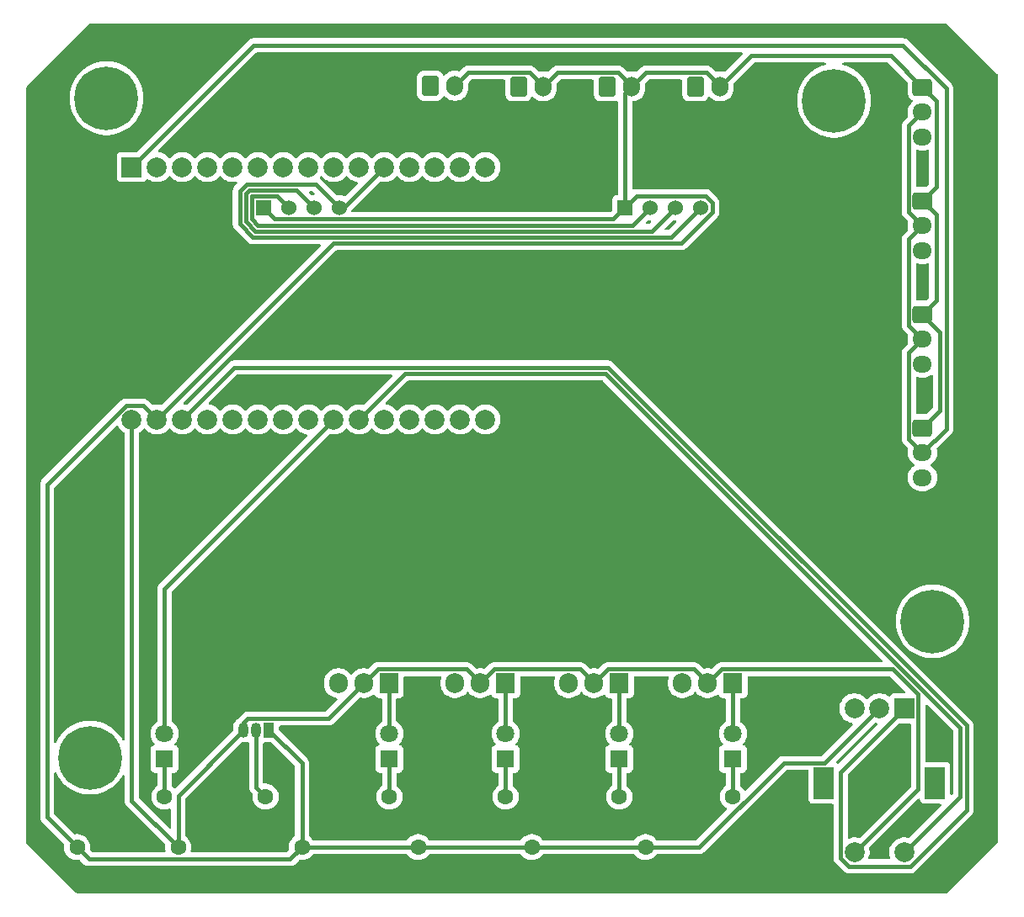
<source format=gtl>
%TF.GenerationSoftware,KiCad,Pcbnew,9.0.0*%
%TF.CreationDate,2025-06-12T21:42:43+02:00*%
%TF.ProjectId,plant_watner_V3.0,706c616e-745f-4776-9174-6e65725f5633,rev?*%
%TF.SameCoordinates,Original*%
%TF.FileFunction,Copper,L1,Top*%
%TF.FilePolarity,Positive*%
%FSLAX46Y46*%
G04 Gerber Fmt 4.6, Leading zero omitted, Abs format (unit mm)*
G04 Created by KiCad (PCBNEW 9.0.0) date 2025-06-12 21:42:43*
%MOMM*%
%LPD*%
G01*
G04 APERTURE LIST*
G04 Aperture macros list*
%AMRoundRect*
0 Rectangle with rounded corners*
0 $1 Rounding radius*
0 $2 $3 $4 $5 $6 $7 $8 $9 X,Y pos of 4 corners*
0 Add a 4 corners polygon primitive as box body*
4,1,4,$2,$3,$4,$5,$6,$7,$8,$9,$2,$3,0*
0 Add four circle primitives for the rounded corners*
1,1,$1+$1,$2,$3*
1,1,$1+$1,$4,$5*
1,1,$1+$1,$6,$7*
1,1,$1+$1,$8,$9*
0 Add four rect primitives between the rounded corners*
20,1,$1+$1,$2,$3,$4,$5,0*
20,1,$1+$1,$4,$5,$6,$7,0*
20,1,$1+$1,$6,$7,$8,$9,0*
20,1,$1+$1,$8,$9,$2,$3,0*%
%AMHorizOval*
0 Thick line with rounded ends*
0 $1 width*
0 $2 $3 position (X,Y) of the first rounded end (center of the circle)*
0 $4 $5 position (X,Y) of the second rounded end (center of the circle)*
0 Add line between two ends*
20,1,$1,$2,$3,$4,$5,0*
0 Add two circle primitives to create the rounded ends*
1,1,$1,$2,$3*
1,1,$1,$4,$5*%
G04 Aperture macros list end*
%TA.AperFunction,ComponentPad*%
%ADD10R,1.524000X1.524000*%
%TD*%
%TA.AperFunction,ComponentPad*%
%ADD11C,1.524000*%
%TD*%
%TA.AperFunction,ComponentPad*%
%ADD12R,2.000000X2.000000*%
%TD*%
%TA.AperFunction,ComponentPad*%
%ADD13C,2.000000*%
%TD*%
%TA.AperFunction,ComponentPad*%
%ADD14R,2.000000X3.200000*%
%TD*%
%TA.AperFunction,ComponentPad*%
%ADD15C,6.400000*%
%TD*%
%TA.AperFunction,ComponentPad*%
%ADD16RoundRect,0.250000X-0.600000X-0.750000X0.600000X-0.750000X0.600000X0.750000X-0.600000X0.750000X0*%
%TD*%
%TA.AperFunction,ComponentPad*%
%ADD17O,1.700000X2.000000*%
%TD*%
%TA.AperFunction,ComponentPad*%
%ADD18R,1.800000X1.800000*%
%TD*%
%TA.AperFunction,ComponentPad*%
%ADD19C,1.800000*%
%TD*%
%TA.AperFunction,ComponentPad*%
%ADD20RoundRect,0.250000X-0.725000X0.600000X-0.725000X-0.600000X0.725000X-0.600000X0.725000X0.600000X0*%
%TD*%
%TA.AperFunction,ComponentPad*%
%ADD21O,1.950000X1.700000*%
%TD*%
%TA.AperFunction,ComponentPad*%
%ADD22C,1.600000*%
%TD*%
%TA.AperFunction,ComponentPad*%
%ADD23HorizOval,1.600000X0.000000X0.000000X0.000000X0.000000X0*%
%TD*%
%TA.AperFunction,ComponentPad*%
%ADD24R,1.050000X1.500000*%
%TD*%
%TA.AperFunction,ComponentPad*%
%ADD25O,1.050000X1.500000*%
%TD*%
%TA.AperFunction,ComponentPad*%
%ADD26R,1.905000X2.000000*%
%TD*%
%TA.AperFunction,ComponentPad*%
%ADD27O,1.905000X2.000000*%
%TD*%
%TA.AperFunction,Conductor*%
%ADD28C,0.400000*%
%TD*%
%ADD29C,0.350000*%
%ADD30O,1.500000X2.800000*%
G04 APERTURE END LIST*
D10*
%TO.P,OLED_I2C1,1,GND*%
%TO.N,Net-(J1-Pin_1)*%
X113301500Y-68150500D03*
D11*
%TO.P,OLED_I2C1,2,VCC*%
%TO.N,Net-(ESP1-VIN)*%
X115841500Y-68150500D03*
%TO.P,OLED_I2C1,3,SCL*%
%TO.N,Net-(ESP1-D22)*%
X118381500Y-68150500D03*
%TO.P,OLED_I2C1,4,SDA*%
%TO.N,Net-(ESP1-D21)*%
X120921500Y-68150500D03*
%TD*%
D12*
%TO.P,SW1,A,A*%
%TO.N,Net-(ESP1-D13)*%
X177748000Y-118547000D03*
D13*
%TO.P,SW1,B,B*%
%TO.N,Net-(ESP1-RX2)*%
X172748000Y-118547000D03*
%TO.P,SW1,C,C*%
%TO.N,Net-(J1-Pin_1)*%
X175248000Y-118547000D03*
D14*
%TO.P,SW1,MP*%
%TO.N,N/C*%
X180848000Y-126047001D03*
X169648000Y-126047001D03*
D13*
%TO.P,SW1,S1,S1*%
%TO.N,Net-(ESP1-VIN)*%
X172748000Y-133047000D03*
%TO.P,SW1,S2,S2*%
%TO.N,Net-(ESP1-D32)*%
X177748000Y-133047000D03*
%TD*%
D15*
%TO.P,H2,1*%
%TO.N,N/C*%
X170688000Y-57404000D03*
%TD*%
D16*
%TO.P,J5,1,Pin_1*%
%TO.N,Net-(J5-Pin_1)*%
X130088000Y-55891500D03*
D17*
%TO.P,J5,2,Pin_2*%
%TO.N,Net-(J1-Pin_1)*%
X132588000Y-55891500D03*
%TD*%
D16*
%TO.P,J7,1,Pin_1*%
%TO.N,Net-(J7-Pin_1)*%
X147868000Y-55947000D03*
D17*
%TO.P,J7,2,Pin_2*%
%TO.N,Net-(J1-Pin_1)*%
X150368000Y-55947000D03*
%TD*%
D15*
%TO.P,H3,1*%
%TO.N,N/C*%
X95885000Y-123511000D03*
%TD*%
D18*
%TO.P,ON1,1,K*%
%TO.N,Net-(ON1-K)*%
X103377998Y-123627001D03*
D19*
%TO.P,ON1,2,A*%
%TO.N,Net-(ESP1-D33)*%
X103377998Y-121087001D03*
%TD*%
D16*
%TO.P,J6,1,Pin_1*%
%TO.N,Net-(J6-Pin_1)*%
X138978000Y-55947000D03*
D17*
%TO.P,J6,2,Pin_2*%
%TO.N,Net-(J1-Pin_1)*%
X141478000Y-55947000D03*
%TD*%
D18*
%TO.P,PumpStatus2,1,K*%
%TO.N,Net-(PumpStatus2-K)*%
X137668001Y-123626998D03*
D19*
%TO.P,PumpStatus2,2,A*%
%TO.N,Net-(ESP1-D14)*%
X137668001Y-121086998D03*
%TD*%
D18*
%TO.P,PumpStatus3,1,K*%
%TO.N,Net-(PumpStatus3-K)*%
X149098001Y-123626999D03*
D19*
%TO.P,PumpStatus3,2,A*%
%TO.N,Net-(ESP1-D18)*%
X149098001Y-121086999D03*
%TD*%
D18*
%TO.P,PumpStatus1,1,K*%
%TO.N,Net-(PumpStatus1-K)*%
X125984000Y-123627001D03*
D19*
%TO.P,PumpStatus1,2,A*%
%TO.N,Net-(ESP1-D4)*%
X125984000Y-121087001D03*
%TD*%
D20*
%TO.P,J2,1,Pin_1*%
%TO.N,Net-(J1-Pin_1)*%
X179578000Y-78887000D03*
D21*
%TO.P,J2,2,Pin_2*%
%TO.N,Net-(ESP1-3V3)*%
X179578000Y-81387000D03*
%TO.P,J2,3,Pin_3*%
%TO.N,Net-(ESP1-D25)*%
X179578000Y-83887000D03*
%TD*%
D15*
%TO.P,H4,1*%
%TO.N,N/C*%
X180594000Y-109795000D03*
%TD*%
D20*
%TO.P,J4,1,Pin_1*%
%TO.N,Net-(J1-Pin_1)*%
X179578000Y-56027000D03*
D21*
%TO.P,J4,2,Pin_2*%
%TO.N,Net-(ESP1-3V3)*%
X179578000Y-58527000D03*
%TO.P,J4,3,Pin_3*%
%TO.N,Net-(ESP1-D27)*%
X179578000Y-61027000D03*
%TD*%
D18*
%TO.P,PumpStatus4,1,K*%
%TO.N,Net-(PumpStatus4-K)*%
X160528001Y-123626999D03*
D19*
%TO.P,PumpStatus4,2,A*%
%TO.N,Net-(ESP1-D19)*%
X160528001Y-121086999D03*
%TD*%
D10*
%TO.P,OLED_I2C2,1,GND*%
%TO.N,Net-(J1-Pin_1)*%
X149669500Y-68150500D03*
D11*
%TO.P,OLED_I2C2,2,VCC*%
%TO.N,Net-(ESP1-VIN)*%
X152209500Y-68150500D03*
%TO.P,OLED_I2C2,3,SCL*%
%TO.N,Net-(ESP1-D22)*%
X154749500Y-68150500D03*
%TO.P,OLED_I2C2,4,SDA*%
%TO.N,Net-(ESP1-D21)*%
X157289500Y-68150500D03*
%TD*%
D20*
%TO.P,J3,1,Pin_1*%
%TO.N,Net-(J1-Pin_1)*%
X179578000Y-67457000D03*
D21*
%TO.P,J3,2,Pin_2*%
%TO.N,Net-(ESP1-3V3)*%
X179578000Y-69957000D03*
%TO.P,J3,3,Pin_3*%
%TO.N,Net-(ESP1-D26)*%
X179578000Y-72457000D03*
%TD*%
D16*
%TO.P,J8,1,Pin_1*%
%TO.N,Net-(J8-Pin_1)*%
X156758000Y-55947000D03*
D17*
%TO.P,J8,2,Pin_2*%
%TO.N,Net-(J1-Pin_1)*%
X159258000Y-55947000D03*
%TD*%
D15*
%TO.P,H1,1*%
%TO.N,N/C*%
X97536000Y-57150000D03*
%TD*%
D20*
%TO.P,J1,1,Pin_1*%
%TO.N,Net-(J1-Pin_1)*%
X179578000Y-90317000D03*
D21*
%TO.P,J1,2,Pin_2*%
%TO.N,Net-(ESP1-3V3)*%
X179578000Y-92817000D03*
%TO.P,J1,3,Pin_3*%
%TO.N,Net-(ESP1-D23)*%
X179578000Y-95317000D03*
%TD*%
D22*
%TO.P,R6,1*%
%TO.N,Net-(PumpStatus4-K)*%
X160528000Y-127437000D03*
D23*
%TO.P,R6,2*%
%TO.N,Net-(J1-Pin_1)*%
X151729182Y-132517000D03*
%TD*%
D24*
%TO.P,Temp_sensor1,1,GND*%
%TO.N,Net-(J1-Pin_1)*%
X113849000Y-120719000D03*
D25*
%TO.P,Temp_sensor1,2,DQ*%
%TO.N,Net-(ESP1-TX2)*%
X112579000Y-120719000D03*
%TO.P,Temp_sensor1,3,VDD*%
%TO.N,Net-(ESP1-VIN)*%
X111309000Y-120719000D03*
%TD*%
D22*
%TO.P,R3,1*%
%TO.N,Net-(PumpStatus1-K)*%
X125984000Y-127437000D03*
D23*
%TO.P,R3,2*%
%TO.N,Net-(J1-Pin_1)*%
X117185182Y-132517000D03*
%TD*%
D22*
%TO.P,R2,1*%
%TO.N,Net-(ON1-K)*%
X103378000Y-127437000D03*
D23*
%TO.P,R2,2*%
%TO.N,Net-(J1-Pin_1)*%
X94579182Y-132517000D03*
%TD*%
D22*
%TO.P,R5,1*%
%TO.N,Net-(PumpStatus3-K)*%
X149098000Y-127437000D03*
D23*
%TO.P,R5,2*%
%TO.N,Net-(J1-Pin_1)*%
X140299182Y-132517000D03*
%TD*%
D26*
%TO.P,MOSFET4,1,G*%
%TO.N,Net-(ESP1-D19)*%
X160528000Y-116007000D03*
D27*
%TO.P,MOSFET4,2,D*%
%TO.N,Net-(ESP1-VIN)*%
X157988000Y-116007000D03*
%TO.P,MOSFET4,3,S*%
%TO.N,Net-(J8-Pin_1)*%
X155448000Y-116007000D03*
%TD*%
D26*
%TO.P,MOSFET1,1,G*%
%TO.N,Net-(ESP1-D4)*%
X125954500Y-116007000D03*
D27*
%TO.P,MOSFET1,2,D*%
%TO.N,Net-(ESP1-VIN)*%
X123414500Y-116007000D03*
%TO.P,MOSFET1,3,S*%
%TO.N,Net-(J5-Pin_1)*%
X120874500Y-116007000D03*
%TD*%
D22*
%TO.P,R1,1*%
%TO.N,Net-(ESP1-TX2)*%
X113538000Y-127437000D03*
D23*
%TO.P,R1,2*%
%TO.N,Net-(ESP1-VIN)*%
X104739182Y-132517000D03*
%TD*%
D22*
%TO.P,R4,1*%
%TO.N,Net-(PumpStatus2-K)*%
X137668000Y-127437000D03*
D23*
%TO.P,R4,2*%
%TO.N,Net-(J1-Pin_1)*%
X128869182Y-132517000D03*
%TD*%
D12*
%TO.P,ESP32-DevKit 30 pin,1,3V3*%
%TO.N,Net-(ESP1-3V3)*%
X100076000Y-64075000D03*
D13*
%TO.P,ESP32-DevKit 30 pin,2,GND*%
%TO.N,unconnected-(ESP1-GND-Pad2)*%
X102615999Y-64075000D03*
%TO.P,ESP32-DevKit 30 pin,3,D15*%
%TO.N,unconnected-(ESP1-D15-Pad3)*%
X105156000Y-64075000D03*
%TO.P,ESP32-DevKit 30 pin,4,D2*%
%TO.N,unconnected-(ESP1-D2-Pad4)*%
X107695999Y-64075000D03*
%TO.P,ESP32-DevKit 30 pin,5,D4*%
%TO.N,Net-(ESP1-D4)*%
X110236000Y-64075000D03*
%TO.P,ESP32-DevKit 30 pin,6,RX2*%
%TO.N,Net-(ESP1-RX2)*%
X112775999Y-64075000D03*
%TO.P,ESP32-DevKit 30 pin,7,TX2*%
%TO.N,Net-(ESP1-TX2)*%
X115316000Y-64075000D03*
%TO.P,ESP32-DevKit 30 pin,8,D5*%
%TO.N,unconnected-(ESP1-D5-Pad8)*%
X117856000Y-64074999D03*
%TO.P,ESP32-DevKit 30 pin,9,D18*%
%TO.N,Net-(ESP1-D18)*%
X120396000Y-64075000D03*
%TO.P,ESP32-DevKit 30 pin,10,D19*%
%TO.N,Net-(ESP1-D19)*%
X122936000Y-64074999D03*
%TO.P,ESP32-DevKit 30 pin,11,D21*%
%TO.N,Net-(ESP1-D21)*%
X125476000Y-64075000D03*
%TO.P,ESP32-DevKit 30 pin,12,RX0*%
%TO.N,unconnected-(ESP1-RX0-Pad12)*%
X128016000Y-64074999D03*
%TO.P,ESP32-DevKit 30 pin,13,TX0*%
%TO.N,unconnected-(ESP1-TX0-Pad13)*%
X130556000Y-64075000D03*
%TO.P,ESP32-DevKit 30 pin,14,D22*%
%TO.N,Net-(ESP1-D22)*%
X133096000Y-64075000D03*
%TO.P,ESP32-DevKit 30 pin,15,D23*%
%TO.N,Net-(ESP1-D23)*%
X135636000Y-64075000D03*
%TO.P,ESP32-DevKit 30 pin,16,EN*%
%TO.N,unconnected-(ESP1-EN-Pad16)*%
X135636000Y-89475000D03*
%TO.P,ESP32-DevKit 30 pin,17,VP*%
%TO.N,unconnected-(ESP1-VP-Pad17)*%
X133096000Y-89475000D03*
%TO.P,ESP32-DevKit 30 pin,18,VN*%
%TO.N,unconnected-(ESP1-VN-Pad18)*%
X130556000Y-89475000D03*
%TO.P,ESP32-DevKit 30 pin,19,D34*%
%TO.N,unconnected-(ESP1-D34-Pad19)*%
X128016000Y-89475001D03*
%TO.P,ESP32-DevKit 30 pin,20,D35*%
%TO.N,unconnected-(ESP1-D35-Pad20)*%
X125476000Y-89475000D03*
%TO.P,ESP32-DevKit 30 pin,21,D32*%
%TO.N,Net-(ESP1-D32)*%
X122936001Y-89475000D03*
%TO.P,ESP32-DevKit 30 pin,22,D33*%
%TO.N,Net-(ESP1-D33)*%
X120396000Y-89475000D03*
%TO.P,ESP32-DevKit 30 pin,23,D25*%
%TO.N,Net-(ESP1-D25)*%
X117856001Y-89475000D03*
%TO.P,ESP32-DevKit 30 pin,24,D26*%
%TO.N,Net-(ESP1-D26)*%
X115316000Y-89475000D03*
%TO.P,ESP32-DevKit 30 pin,25,D27*%
%TO.N,Net-(ESP1-D27)*%
X112776000Y-89475001D03*
%TO.P,ESP32-DevKit 30 pin,26,D14*%
%TO.N,Net-(ESP1-D14)*%
X110236000Y-89475000D03*
%TO.P,ESP32-DevKit 30 pin,27,D12*%
%TO.N,unconnected-(ESP1-D12-Pad27)*%
X107696000Y-89475001D03*
%TO.P,ESP32-DevKit 30 pin,28,D13*%
%TO.N,Net-(ESP1-D13)*%
X105156000Y-89475000D03*
%TO.P,ESP32-DevKit 30 pin,29,GND*%
%TO.N,Net-(J1-Pin_1)*%
X102616000Y-89475001D03*
%TO.P,ESP32-DevKit 30 pin,30,VIN*%
%TO.N,Net-(ESP1-VIN)*%
X100076000Y-89475000D03*
%TD*%
D26*
%TO.P,MOSFET2,1,G*%
%TO.N,Net-(ESP1-D14)*%
X137668000Y-116007000D03*
D27*
%TO.P,MOSFET2,2,D*%
%TO.N,Net-(ESP1-VIN)*%
X135128000Y-116007000D03*
%TO.P,MOSFET2,3,S*%
%TO.N,Net-(J6-Pin_1)*%
X132588000Y-116007000D03*
%TD*%
D26*
%TO.P,MOSFET3,1,G*%
%TO.N,Net-(ESP1-D18)*%
X149098000Y-116007000D03*
D27*
%TO.P,MOSFET3,2,D*%
%TO.N,Net-(ESP1-VIN)*%
X146558000Y-116007000D03*
%TO.P,MOSFET3,3,S*%
%TO.N,Net-(J7-Pin_1)*%
X144018000Y-116007000D03*
%TD*%
D28*
%TO.N,Net-(J1-Pin_1)*%
X113301500Y-68150500D02*
X114464500Y-69313500D01*
%TO.N,Net-(ESP1-D21)*%
X120921500Y-68150500D02*
X118556500Y-65785500D01*
%TO.N,Net-(ESP1-D22)*%
X116617500Y-66386500D02*
X111889558Y-66386500D01*
X111537500Y-66738558D02*
X111537500Y-69562442D01*
X111537500Y-69562442D02*
X112490558Y-70515500D01*
X112490558Y-70515500D02*
X152384500Y-70515500D01*
X111889558Y-66386500D02*
X111537500Y-66738558D01*
X118381500Y-68150500D02*
X116617500Y-66386500D01*
X152384500Y-70515500D02*
X154749500Y-68150500D01*
%TO.N,Net-(ESP1-D14)*%
X137668000Y-116007000D02*
X137668001Y-121086998D01*
%TO.N,Net-(ESP1-D13)*%
X105156000Y-89475000D02*
X110396000Y-84235000D01*
X171347000Y-133627314D02*
X171347000Y-124948000D01*
X171347000Y-124948000D02*
X177748000Y-118547000D01*
X110396000Y-84235000D02*
X147937884Y-84235000D01*
X183989000Y-128787314D02*
X178328314Y-134448000D01*
X172167686Y-134448000D02*
X171347000Y-133627314D01*
X178328314Y-134448000D02*
X172167686Y-134448000D01*
X183989000Y-120286116D02*
X183989000Y-128787314D01*
X147937884Y-84235000D02*
X183989000Y-120286116D01*
%TO.N,Net-(ESP1-D32)*%
X177341000Y-133047000D02*
X177292000Y-133096000D01*
X127575001Y-84836000D02*
X122936001Y-89475000D01*
X183388000Y-127407000D02*
X183388000Y-120535058D01*
X177748000Y-133047000D02*
X177341000Y-133047000D01*
X183388000Y-120535058D02*
X147688942Y-84836000D01*
X177748000Y-133047000D02*
X183388000Y-127407000D01*
X147688942Y-84836000D02*
X127575001Y-84836000D01*
%TO.N,Net-(J1-Pin_1)*%
X91567000Y-129504818D02*
X91567000Y-96002686D01*
X155367231Y-71717500D02*
X120373501Y-71717500D01*
X179578000Y-78887000D02*
X181356000Y-80665000D01*
X141478000Y-55947000D02*
X142879000Y-54546000D01*
X91567000Y-96002686D02*
X99495686Y-88074000D01*
X157146471Y-132517000D02*
X151729182Y-132517000D01*
X180954000Y-57403000D02*
X180954000Y-66081000D01*
X150368000Y-55947000D02*
X151769000Y-54546000D01*
X176405000Y-52854000D02*
X162351000Y-52854000D01*
X128869182Y-132517000D02*
X117185182Y-132517000D01*
X157771231Y-66987500D02*
X158452500Y-67668769D01*
X117185182Y-124055182D02*
X113849000Y-120719000D01*
X142879000Y-54546000D02*
X148967000Y-54546000D01*
X169748999Y-124046001D02*
X165617470Y-124046001D01*
X115984182Y-133718000D02*
X95780182Y-133718000D01*
X149669500Y-68150500D02*
X150832500Y-66987500D01*
X180954000Y-77511000D02*
X179578000Y-78887000D01*
X179578000Y-56027000D02*
X180954000Y-57403000D01*
X157857000Y-54546000D02*
X159258000Y-55947000D01*
X149669500Y-56645500D02*
X150368000Y-55947000D01*
X162351000Y-52854000D02*
X159258000Y-55947000D01*
X175248000Y-118547000D02*
X169748999Y-124046001D01*
X151729182Y-132517000D02*
X140299182Y-132517000D01*
X179578000Y-67457000D02*
X180954000Y-68833000D01*
X181356000Y-88539000D02*
X179578000Y-90317000D01*
X180954000Y-68833000D02*
X180954000Y-77511000D01*
X117185182Y-132517000D02*
X115984182Y-133718000D01*
X117185182Y-132517000D02*
X117185182Y-124055182D01*
X158452500Y-67668769D02*
X158452500Y-68632231D01*
X132588000Y-55891500D02*
X133933500Y-54546000D01*
X99495686Y-88074000D02*
X101214999Y-88074000D01*
X133933500Y-54546000D02*
X140077000Y-54546000D01*
X150832500Y-66987500D02*
X157771231Y-66987500D01*
X180954000Y-66081000D02*
X179578000Y-67457000D01*
X101214999Y-88074000D02*
X102616000Y-89475001D01*
X151769000Y-54546000D02*
X157857000Y-54546000D01*
X114464500Y-69313500D02*
X148506500Y-69313500D01*
X179578000Y-56027000D02*
X176405000Y-52854000D01*
X148506500Y-69313500D02*
X149669500Y-68150500D01*
X148967000Y-54546000D02*
X150368000Y-55947000D01*
X94579182Y-132517000D02*
X91567000Y-129504818D01*
X95780182Y-133718000D02*
X94579182Y-132517000D01*
X181356000Y-80665000D02*
X181356000Y-88539000D01*
X149669500Y-68150500D02*
X149669500Y-56645500D01*
X158452500Y-68632231D02*
X155367231Y-71717500D01*
X165617470Y-124046001D02*
X157146471Y-132517000D01*
X128869182Y-132517000D02*
X140299182Y-132517000D01*
X120373501Y-71717500D02*
X102616000Y-89475001D01*
X140077000Y-54546000D02*
X141478000Y-55947000D01*
%TO.N,Net-(ESP1-D19)*%
X160528000Y-116007000D02*
X160528001Y-121086999D01*
%TO.N,Net-(ESP1-D33)*%
X103377998Y-106493002D02*
X120396000Y-89475000D01*
X103377998Y-121087001D02*
X103377998Y-106493002D01*
%TO.N,Net-(ESP1-D18)*%
X149098001Y-121086999D02*
X149098000Y-116007000D01*
%TO.N,Net-(ESP1-VIN)*%
X115841500Y-68150500D02*
X114678500Y-66987500D01*
X147959000Y-114606000D02*
X156587000Y-114606000D01*
X112739500Y-69914500D02*
X150445500Y-69914500D01*
X111309000Y-120719000D02*
X111309000Y-120019000D01*
X112138500Y-66987500D02*
X112138500Y-69313500D01*
X179149000Y-117146000D02*
X176609000Y-114606000D01*
X111309000Y-120019000D02*
X111760000Y-119568000D01*
X104739182Y-132517000D02*
X104739182Y-127345818D01*
X123414500Y-116007000D02*
X124815500Y-114606000D01*
X112138500Y-69313500D02*
X112739500Y-69914500D01*
X176609000Y-114606000D02*
X159389000Y-114606000D01*
X110998000Y-121087000D02*
X110998000Y-120822438D01*
X100076000Y-127853818D02*
X104739182Y-132517000D01*
X119853500Y-119568000D02*
X123414500Y-116007000D01*
X133727000Y-114606000D02*
X135128000Y-116007000D01*
X104739182Y-127345818D02*
X110998000Y-121087000D01*
X111760000Y-119568000D02*
X119853500Y-119568000D01*
X136529000Y-114606000D02*
X145157000Y-114606000D01*
X179149000Y-126646000D02*
X179149000Y-117146000D01*
X135128000Y-116007000D02*
X136529000Y-114606000D01*
X172748000Y-133047000D02*
X179149000Y-126646000D01*
X100076000Y-89475000D02*
X100076000Y-127853818D01*
X156587000Y-114606000D02*
X157988000Y-116007000D01*
X124815500Y-114606000D02*
X133727000Y-114606000D01*
X150445500Y-69914500D02*
X152209500Y-68150500D01*
X114678500Y-66987500D02*
X112138500Y-66987500D01*
X159389000Y-114606000D02*
X157988000Y-116007000D01*
X145157000Y-114606000D02*
X146558000Y-116007000D01*
X146558000Y-116007000D02*
X147959000Y-114606000D01*
%TO.N,Net-(ESP1-3V3)*%
X179578000Y-92817000D02*
X181957000Y-90438000D01*
X178202000Y-82763000D02*
X178202000Y-91441000D01*
X112335000Y-51816000D02*
X100076000Y-64075000D01*
X178202000Y-59903000D02*
X178202000Y-68581000D01*
X177619580Y-51816000D02*
X112335000Y-51816000D01*
X181957000Y-56153420D02*
X177619580Y-51816000D01*
X178202000Y-71333000D02*
X178202000Y-80011000D01*
X178202000Y-91441000D02*
X179578000Y-92817000D01*
X179578000Y-69957000D02*
X178202000Y-71333000D01*
X178202000Y-80011000D02*
X179578000Y-81387000D01*
X179578000Y-58527000D02*
X178202000Y-59903000D01*
X178202000Y-68581000D02*
X179578000Y-69957000D01*
X181957000Y-90438000D02*
X181957000Y-56153420D01*
X179578000Y-81387000D02*
X178202000Y-82763000D01*
%TO.N,Net-(ESP1-TX2)*%
X113538000Y-127437000D02*
X112579000Y-126478000D01*
X112579000Y-126478000D02*
X112579000Y-120719000D01*
%TO.N,Net-(ESP1-D4)*%
X125954500Y-116007000D02*
X125954500Y-121057501D01*
X125954500Y-121057501D02*
X125984000Y-121087001D01*
%TO.N,Net-(ESP1-D21)*%
X118556500Y-65785500D02*
X111640616Y-65785500D01*
X111640616Y-65785500D02*
X110936500Y-66489616D01*
X110936500Y-69811384D02*
X112241616Y-71116500D01*
X154323500Y-71116500D02*
X157289500Y-68150500D01*
X110936500Y-66489616D02*
X110936500Y-69811384D01*
X112241616Y-71116500D02*
X154323500Y-71116500D01*
X120921500Y-68150500D02*
X121400500Y-68150500D01*
X121400500Y-68150500D02*
X125476000Y-64075000D01*
%TO.N,Net-(ON1-K)*%
X103378000Y-127437000D02*
X103378000Y-123627003D01*
X103378000Y-123627003D02*
X103377998Y-123627001D01*
%TO.N,Net-(PumpStatus1-K)*%
X125984000Y-123627001D02*
X125984000Y-127437000D01*
%TO.N,Net-(PumpStatus2-K)*%
X137668001Y-123626998D02*
X137668000Y-127437000D01*
%TO.N,Net-(PumpStatus3-K)*%
X149098000Y-127437000D02*
X149098001Y-123626999D01*
%TO.N,Net-(PumpStatus4-K)*%
X160528001Y-123626999D02*
X160528000Y-127437000D01*
%TD*%
%TA.AperFunction,NonConductor*%
G36*
X182102404Y-49692185D02*
G01*
X182123046Y-49708819D01*
X187086181Y-54671954D01*
X187119666Y-54733277D01*
X187122500Y-54759635D01*
X187122500Y-132064365D01*
X187102815Y-132131404D01*
X187086181Y-132152046D01*
X182123046Y-137115181D01*
X182061723Y-137148666D01*
X182035365Y-137151500D01*
X94570635Y-137151500D01*
X94503596Y-137131815D01*
X94482954Y-137115181D01*
X89519819Y-132152046D01*
X89486334Y-132090723D01*
X89483500Y-132064365D01*
X89483500Y-95932900D01*
X90858500Y-95932900D01*
X90858500Y-129574604D01*
X90885724Y-129711471D01*
X90885727Y-129711480D01*
X90939135Y-129840419D01*
X90939136Y-129840422D01*
X91016671Y-129956460D01*
X91016674Y-129956464D01*
X93253837Y-132193625D01*
X93287322Y-132254948D01*
X93288629Y-132300703D01*
X93270682Y-132414018D01*
X93270682Y-132619980D01*
X93302901Y-132823408D01*
X93366549Y-133019294D01*
X93430530Y-133144862D01*
X93449774Y-133182630D01*
X93460055Y-133202806D01*
X93581108Y-133369423D01*
X93581112Y-133369428D01*
X93726753Y-133515069D01*
X93726758Y-133515073D01*
X93840696Y-133597853D01*
X93893379Y-133636129D01*
X94010310Y-133695709D01*
X94076887Y-133729632D01*
X94076889Y-133729632D01*
X94076892Y-133729634D01*
X94181889Y-133763749D01*
X94272773Y-133793280D01*
X94300478Y-133797668D01*
X94476201Y-133825500D01*
X94476202Y-133825500D01*
X94682161Y-133825500D01*
X94682163Y-133825500D01*
X94795476Y-133807552D01*
X94864770Y-133816506D01*
X94902556Y-133842344D01*
X95328532Y-134268321D01*
X95328535Y-134268323D01*
X95328539Y-134268327D01*
X95378107Y-134301448D01*
X95444576Y-134345863D01*
X95444581Y-134345865D01*
X95497986Y-134367985D01*
X95497988Y-134367986D01*
X95497989Y-134367986D01*
X95573520Y-134399273D01*
X95641958Y-134412886D01*
X95710396Y-134426499D01*
X95710400Y-134426500D01*
X95710401Y-134426500D01*
X116053964Y-134426500D01*
X116122403Y-134412886D01*
X116190844Y-134399273D01*
X116228609Y-134383630D01*
X116319783Y-134345865D01*
X116435825Y-134268328D01*
X116861808Y-133842342D01*
X116923129Y-133808859D01*
X116968886Y-133807552D01*
X117082201Y-133825500D01*
X117082202Y-133825500D01*
X117288162Y-133825500D01*
X117288163Y-133825500D01*
X117491590Y-133793280D01*
X117687472Y-133729634D01*
X117870985Y-133636129D01*
X118037612Y-133515068D01*
X118183250Y-133369430D01*
X118250684Y-133276613D01*
X118306013Y-133233949D01*
X118351002Y-133225500D01*
X127703362Y-133225500D01*
X127770401Y-133245185D01*
X127803678Y-133276612D01*
X127871109Y-133369423D01*
X127871114Y-133369430D01*
X128016753Y-133515069D01*
X128016758Y-133515073D01*
X128130696Y-133597853D01*
X128183379Y-133636129D01*
X128300310Y-133695709D01*
X128366887Y-133729632D01*
X128366889Y-133729632D01*
X128366892Y-133729634D01*
X128471889Y-133763749D01*
X128562773Y-133793280D01*
X128590478Y-133797668D01*
X128766201Y-133825500D01*
X128766202Y-133825500D01*
X128972162Y-133825500D01*
X128972163Y-133825500D01*
X129175590Y-133793280D01*
X129371472Y-133729634D01*
X129554985Y-133636129D01*
X129721612Y-133515068D01*
X129867250Y-133369430D01*
X129934684Y-133276613D01*
X129990013Y-133233949D01*
X130035002Y-133225500D01*
X139133362Y-133225500D01*
X139200401Y-133245185D01*
X139233678Y-133276612D01*
X139301109Y-133369423D01*
X139301114Y-133369430D01*
X139446753Y-133515069D01*
X139446758Y-133515073D01*
X139560696Y-133597853D01*
X139613379Y-133636129D01*
X139730310Y-133695709D01*
X139796887Y-133729632D01*
X139796889Y-133729632D01*
X139796892Y-133729634D01*
X139901889Y-133763749D01*
X139992773Y-133793280D01*
X140020478Y-133797668D01*
X140196201Y-133825500D01*
X140196202Y-133825500D01*
X140402162Y-133825500D01*
X140402163Y-133825500D01*
X140605590Y-133793280D01*
X140801472Y-133729634D01*
X140984985Y-133636129D01*
X141151612Y-133515068D01*
X141297250Y-133369430D01*
X141364684Y-133276613D01*
X141420013Y-133233949D01*
X141465002Y-133225500D01*
X150563362Y-133225500D01*
X150630401Y-133245185D01*
X150663678Y-133276612D01*
X150731109Y-133369423D01*
X150731114Y-133369430D01*
X150876753Y-133515069D01*
X150876758Y-133515073D01*
X150990696Y-133597853D01*
X151043379Y-133636129D01*
X151160310Y-133695709D01*
X151226887Y-133729632D01*
X151226889Y-133729632D01*
X151226892Y-133729634D01*
X151331889Y-133763749D01*
X151422773Y-133793280D01*
X151450478Y-133797668D01*
X151626201Y-133825500D01*
X151626202Y-133825500D01*
X151832162Y-133825500D01*
X151832163Y-133825500D01*
X152035590Y-133793280D01*
X152231472Y-133729634D01*
X152414985Y-133636129D01*
X152581612Y-133515068D01*
X152727250Y-133369430D01*
X152794684Y-133276613D01*
X152850013Y-133233949D01*
X152895002Y-133225500D01*
X157216253Y-133225500D01*
X157284692Y-133211886D01*
X157353133Y-133198273D01*
X157390898Y-133182630D01*
X157482072Y-133144865D01*
X157598114Y-133067328D01*
X165874621Y-124790819D01*
X165935944Y-124757335D01*
X165962302Y-124754501D01*
X168015500Y-124754501D01*
X168082539Y-124774186D01*
X168128294Y-124826990D01*
X168139500Y-124878501D01*
X168139500Y-127695655D01*
X168146011Y-127756203D01*
X168146011Y-127756205D01*
X168197111Y-127893205D01*
X168284739Y-128010262D01*
X168401796Y-128097890D01*
X168538799Y-128148990D01*
X168566050Y-128151919D01*
X168599345Y-128155500D01*
X168599362Y-128155501D01*
X170514500Y-128155501D01*
X170581539Y-128175186D01*
X170627294Y-128227990D01*
X170638500Y-128279501D01*
X170638500Y-133697099D01*
X170665725Y-133833972D01*
X170665728Y-133833980D01*
X170681369Y-133871740D01*
X170719134Y-133962913D01*
X170719136Y-133962917D01*
X170796668Y-134078952D01*
X170796674Y-134078960D01*
X171716042Y-134998328D01*
X171832084Y-135075864D01*
X171832085Y-135075865D01*
X171885490Y-135097985D01*
X171885492Y-135097986D01*
X171885493Y-135097986D01*
X171961024Y-135129273D01*
X171983863Y-135133816D01*
X172078427Y-135152626D01*
X172089545Y-135154837D01*
X172097904Y-135156500D01*
X178398096Y-135156500D01*
X178466535Y-135142886D01*
X178534976Y-135129273D01*
X178572741Y-135113630D01*
X178663915Y-135075865D01*
X178779957Y-134998328D01*
X184539328Y-129238956D01*
X184616865Y-129122915D01*
X184670273Y-128993975D01*
X184697500Y-128857095D01*
X184697500Y-128717532D01*
X184697500Y-120216335D01*
X184670273Y-120079454D01*
X184639207Y-120004454D01*
X184616865Y-119950515D01*
X184616864Y-119950513D01*
X184616863Y-119950511D01*
X184539328Y-119834473D01*
X184539325Y-119834469D01*
X174317672Y-109612816D01*
X176885500Y-109612816D01*
X176885500Y-109977183D01*
X176921213Y-110339795D01*
X176921216Y-110339812D01*
X176992295Y-110697158D01*
X176992298Y-110697169D01*
X177098074Y-111045868D01*
X177237514Y-111382502D01*
X177237516Y-111382507D01*
X177409271Y-111703837D01*
X177409282Y-111703855D01*
X177611707Y-112006806D01*
X177611717Y-112006820D01*
X177842873Y-112288485D01*
X178100514Y-112546126D01*
X178100519Y-112546130D01*
X178100520Y-112546131D01*
X178382185Y-112777287D01*
X178685151Y-112979722D01*
X178685160Y-112979727D01*
X178685162Y-112979728D01*
X179006492Y-113151483D01*
X179006494Y-113151483D01*
X179006500Y-113151487D01*
X179211665Y-113236469D01*
X179343131Y-113290925D01*
X179343135Y-113290926D01*
X179343137Y-113290927D01*
X179691821Y-113396699D01*
X179691827Y-113396700D01*
X179691830Y-113396701D01*
X179691841Y-113396704D01*
X179915927Y-113441276D01*
X180049194Y-113467785D01*
X180411813Y-113503500D01*
X180411816Y-113503500D01*
X180776184Y-113503500D01*
X180776187Y-113503500D01*
X181138806Y-113467785D01*
X181315696Y-113432599D01*
X181496158Y-113396704D01*
X181496169Y-113396701D01*
X181496169Y-113396700D01*
X181496179Y-113396699D01*
X181844863Y-113290927D01*
X182181500Y-113151487D01*
X182502849Y-112979722D01*
X182805815Y-112777287D01*
X183087480Y-112546131D01*
X183345131Y-112288480D01*
X183576287Y-112006815D01*
X183778722Y-111703849D01*
X183950487Y-111382500D01*
X184089927Y-111045863D01*
X184195699Y-110697179D01*
X184195701Y-110697169D01*
X184195704Y-110697158D01*
X184231599Y-110516696D01*
X184266785Y-110339806D01*
X184302500Y-109977187D01*
X184302500Y-109612813D01*
X184266785Y-109250194D01*
X184240276Y-109116927D01*
X184195704Y-108892841D01*
X184195701Y-108892830D01*
X184195700Y-108892827D01*
X184195699Y-108892821D01*
X184089927Y-108544137D01*
X183950487Y-108207500D01*
X183778722Y-107886151D01*
X183576287Y-107583185D01*
X183345131Y-107301520D01*
X183345130Y-107301519D01*
X183345126Y-107301514D01*
X183087485Y-107043873D01*
X182805820Y-106812717D01*
X182805819Y-106812716D01*
X182805815Y-106812713D01*
X182502849Y-106610278D01*
X182502844Y-106610275D01*
X182502837Y-106610271D01*
X182181507Y-106438516D01*
X182181502Y-106438514D01*
X181844868Y-106299074D01*
X181496169Y-106193298D01*
X181496158Y-106193295D01*
X181138812Y-106122216D01*
X181138795Y-106122213D01*
X180864580Y-106095206D01*
X180776187Y-106086500D01*
X180411813Y-106086500D01*
X180330062Y-106094551D01*
X180049204Y-106122213D01*
X180049187Y-106122216D01*
X179691841Y-106193295D01*
X179691830Y-106193298D01*
X179343131Y-106299074D01*
X179006497Y-106438514D01*
X179006492Y-106438516D01*
X178685162Y-106610271D01*
X178685144Y-106610282D01*
X178382193Y-106812707D01*
X178382179Y-106812717D01*
X178100514Y-107043873D01*
X177842873Y-107301514D01*
X177611717Y-107583179D01*
X177611707Y-107583193D01*
X177409282Y-107886144D01*
X177409271Y-107886162D01*
X177237516Y-108207492D01*
X177237514Y-108207497D01*
X177098074Y-108544131D01*
X176992298Y-108892830D01*
X176992295Y-108892841D01*
X176921216Y-109250187D01*
X176921213Y-109250204D01*
X176885500Y-109612816D01*
X174317672Y-109612816D01*
X148389530Y-83684674D01*
X148389526Y-83684671D01*
X148273491Y-83607138D01*
X148273479Y-83607131D01*
X148199177Y-83576356D01*
X148181138Y-83568884D01*
X148144546Y-83553727D01*
X148076105Y-83540113D01*
X148071474Y-83539191D01*
X148071471Y-83539191D01*
X148007669Y-83526500D01*
X148007666Y-83526500D01*
X148007665Y-83526500D01*
X110465781Y-83526500D01*
X110326218Y-83526500D01*
X110326214Y-83526500D01*
X110262411Y-83539191D01*
X110262405Y-83539192D01*
X110257778Y-83540113D01*
X110189338Y-83553727D01*
X110152746Y-83568884D01*
X110145839Y-83571744D01*
X110145835Y-83571746D01*
X110060405Y-83607131D01*
X110060392Y-83607138D01*
X109944357Y-83684671D01*
X109944353Y-83684674D01*
X105650632Y-87978395D01*
X105644421Y-87981785D01*
X105640361Y-87987584D01*
X105614153Y-87998313D01*
X105589309Y-88011880D01*
X105580685Y-88012016D01*
X105575701Y-88014057D01*
X105559593Y-88012349D01*
X105540435Y-88012653D01*
X105532404Y-88011170D01*
X105509241Y-88003644D01*
X105385568Y-87984056D01*
X105383991Y-87983765D01*
X105354156Y-87968677D01*
X105323974Y-87954369D01*
X105323106Y-87952975D01*
X105321640Y-87952234D01*
X105304699Y-87923413D01*
X105287043Y-87895057D01*
X105287066Y-87893415D01*
X105286234Y-87891999D01*
X105287563Y-87858605D01*
X105288041Y-87825195D01*
X105288954Y-87823680D01*
X105289014Y-87822185D01*
X105295072Y-87813535D01*
X105318824Y-87774147D01*
X120630652Y-72462318D01*
X120691975Y-72428834D01*
X120718333Y-72426000D01*
X155437013Y-72426000D01*
X155505452Y-72412386D01*
X155573893Y-72398773D01*
X155611658Y-72383130D01*
X155702832Y-72345365D01*
X155818874Y-72267828D01*
X159002828Y-69083874D01*
X159080365Y-68967832D01*
X159116261Y-68881169D01*
X159133773Y-68838893D01*
X159161000Y-68702012D01*
X159161000Y-67598988D01*
X159160756Y-67597766D01*
X159133775Y-67462114D01*
X159133772Y-67462105D01*
X159118130Y-67424341D01*
X159080367Y-67333172D01*
X159080366Y-67333170D01*
X159002828Y-67217127D01*
X159002825Y-67217123D01*
X158222877Y-66437174D01*
X158222869Y-66437168D01*
X158106834Y-66359636D01*
X158106830Y-66359634D01*
X158080127Y-66348573D01*
X158015658Y-66321869D01*
X158015657Y-66321868D01*
X157977895Y-66306227D01*
X157977889Y-66306225D01*
X157909452Y-66292613D01*
X157841016Y-66279000D01*
X157841013Y-66279000D01*
X157841012Y-66279000D01*
X150902281Y-66279000D01*
X150762718Y-66279000D01*
X150762714Y-66279000D01*
X150743237Y-66282874D01*
X150625843Y-66306225D01*
X150625837Y-66306227D01*
X150554378Y-66335827D01*
X150554358Y-66335835D01*
X150549433Y-66337874D01*
X150479962Y-66345331D01*
X150417488Y-66314045D01*
X150381846Y-66253950D01*
X150378000Y-66223305D01*
X150378000Y-57576755D01*
X150397685Y-57509716D01*
X150450489Y-57463961D01*
X150482597Y-57454283D01*
X150686116Y-57422049D01*
X150889483Y-57355972D01*
X151080009Y-57258894D01*
X151253004Y-57133206D01*
X151404206Y-56982004D01*
X151529894Y-56809009D01*
X151626972Y-56618483D01*
X151693049Y-56415116D01*
X151726500Y-56203916D01*
X151726500Y-55690084D01*
X151722763Y-55666492D01*
X151731717Y-55597202D01*
X151757550Y-55559419D01*
X152026153Y-55290816D01*
X152087475Y-55257334D01*
X152113833Y-55254500D01*
X155275500Y-55254500D01*
X155342539Y-55274185D01*
X155388294Y-55326989D01*
X155399500Y-55378500D01*
X155399500Y-56747537D01*
X155399501Y-56747553D01*
X155410113Y-56851427D01*
X155465884Y-57019735D01*
X155465886Y-57019740D01*
X155501142Y-57076898D01*
X155558970Y-57170652D01*
X155684348Y-57296030D01*
X155835262Y-57389115D01*
X156003574Y-57444887D01*
X156107455Y-57455500D01*
X157408544Y-57455499D01*
X157512426Y-57444887D01*
X157680738Y-57389115D01*
X157831652Y-57296030D01*
X157957030Y-57170652D01*
X158047679Y-57023687D01*
X158099624Y-56976966D01*
X158168587Y-56965743D01*
X158232669Y-56993587D01*
X158240896Y-57001106D01*
X158372996Y-57133206D01*
X158545991Y-57258894D01*
X158627592Y-57300472D01*
X158736516Y-57355972D01*
X158736519Y-57355973D01*
X158838200Y-57389010D01*
X158939884Y-57422049D01*
X159151084Y-57455500D01*
X159151085Y-57455500D01*
X159364915Y-57455500D01*
X159364916Y-57455500D01*
X159576116Y-57422049D01*
X159779483Y-57355972D01*
X159970009Y-57258894D01*
X160143004Y-57133206D01*
X160294206Y-56982004D01*
X160419894Y-56809009D01*
X160516972Y-56618483D01*
X160583049Y-56415116D01*
X160616500Y-56203916D01*
X160616500Y-55690084D01*
X160612763Y-55666492D01*
X160621717Y-55597200D01*
X160647552Y-55559416D01*
X162608151Y-53598819D01*
X162669474Y-53565334D01*
X162695832Y-53562500D01*
X169740400Y-53562500D01*
X169807439Y-53582185D01*
X169853194Y-53634989D01*
X169863138Y-53704147D01*
X169834113Y-53767703D01*
X169776396Y-53805159D01*
X169625388Y-53850967D01*
X169437131Y-53908074D01*
X169100497Y-54047514D01*
X169100492Y-54047516D01*
X168779162Y-54219271D01*
X168779144Y-54219282D01*
X168476193Y-54421707D01*
X168476179Y-54421717D01*
X168194514Y-54652873D01*
X167936873Y-54910514D01*
X167705717Y-55192179D01*
X167705707Y-55192193D01*
X167503282Y-55495144D01*
X167503271Y-55495162D01*
X167331516Y-55816492D01*
X167331514Y-55816497D01*
X167192074Y-56153131D01*
X167086298Y-56501830D01*
X167086295Y-56501841D01*
X167015216Y-56859187D01*
X167015213Y-56859204D01*
X166979500Y-57221816D01*
X166979500Y-57586183D01*
X167015213Y-57948795D01*
X167015216Y-57948812D01*
X167086295Y-58306158D01*
X167086298Y-58306169D01*
X167192074Y-58654868D01*
X167331514Y-58991502D01*
X167331516Y-58991507D01*
X167503271Y-59312837D01*
X167503282Y-59312855D01*
X167705707Y-59615806D01*
X167705713Y-59615815D01*
X167936873Y-59897485D01*
X168194514Y-60155126D01*
X168194519Y-60155130D01*
X168194520Y-60155131D01*
X168476185Y-60386287D01*
X168779151Y-60588722D01*
X168779160Y-60588727D01*
X168779162Y-60588728D01*
X169100492Y-60760483D01*
X169100494Y-60760483D01*
X169100500Y-60760487D01*
X169250903Y-60822786D01*
X169437131Y-60899925D01*
X169437135Y-60899926D01*
X169437137Y-60899927D01*
X169785821Y-61005699D01*
X169785827Y-61005700D01*
X169785830Y-61005701D01*
X169785841Y-61005704D01*
X170009927Y-61050276D01*
X170143194Y-61076785D01*
X170505813Y-61112500D01*
X170505816Y-61112500D01*
X170870184Y-61112500D01*
X170870187Y-61112500D01*
X171232806Y-61076785D01*
X171409696Y-61041599D01*
X171590158Y-61005704D01*
X171590169Y-61005701D01*
X171590169Y-61005700D01*
X171590179Y-61005699D01*
X171938863Y-60899927D01*
X172275500Y-60760487D01*
X172596849Y-60588722D01*
X172899815Y-60386287D01*
X173181480Y-60155131D01*
X173439131Y-59897480D01*
X173670287Y-59615815D01*
X173872722Y-59312849D01*
X174044487Y-58991500D01*
X174183927Y-58654863D01*
X174289699Y-58306179D01*
X174289701Y-58306169D01*
X174289704Y-58306158D01*
X174325599Y-58125696D01*
X174360785Y-57948806D01*
X174396500Y-57586187D01*
X174396500Y-57221813D01*
X174360785Y-56859194D01*
X174327537Y-56692044D01*
X174289704Y-56501841D01*
X174289701Y-56501830D01*
X174289700Y-56501827D01*
X174289699Y-56501821D01*
X174183927Y-56153137D01*
X174181971Y-56148416D01*
X174092321Y-55931982D01*
X174044487Y-55816500D01*
X173964307Y-55666495D01*
X173872728Y-55495162D01*
X173872727Y-55495160D01*
X173872722Y-55495151D01*
X173670287Y-55192185D01*
X173439131Y-54910520D01*
X173439130Y-54910519D01*
X173439126Y-54910514D01*
X173181485Y-54652873D01*
X172899820Y-54421717D01*
X172899819Y-54421716D01*
X172899815Y-54421713D01*
X172596849Y-54219278D01*
X172596844Y-54219275D01*
X172596837Y-54219271D01*
X172275507Y-54047516D01*
X172275502Y-54047514D01*
X171938868Y-53908074D01*
X171789611Y-53862798D01*
X171599603Y-53805159D01*
X171541166Y-53766863D01*
X171512710Y-53703051D01*
X171523270Y-53633984D01*
X171569494Y-53581590D01*
X171635600Y-53562500D01*
X176060167Y-53562500D01*
X176127206Y-53582185D01*
X176147848Y-53598819D01*
X178058181Y-55509151D01*
X178091666Y-55570474D01*
X178094500Y-55596832D01*
X178094500Y-56677537D01*
X178094501Y-56677553D01*
X178105113Y-56781427D01*
X178160884Y-56949735D01*
X178160886Y-56949740D01*
X178172266Y-56968190D01*
X178253970Y-57100652D01*
X178379348Y-57226030D01*
X178526310Y-57316677D01*
X178573033Y-57368624D01*
X178584256Y-57437587D01*
X178556412Y-57501669D01*
X178548894Y-57509896D01*
X178416793Y-57641997D01*
X178291106Y-57814990D01*
X178194027Y-58005516D01*
X178194026Y-58005519D01*
X178127951Y-58208882D01*
X178127951Y-58208884D01*
X178094500Y-58420084D01*
X178094500Y-58633916D01*
X178100795Y-58673661D01*
X178127950Y-58845114D01*
X178136341Y-58870937D01*
X178138336Y-58940778D01*
X178106091Y-58996937D01*
X177651674Y-59451353D01*
X177651671Y-59451356D01*
X177574138Y-59567393D01*
X177574133Y-59567403D01*
X177554080Y-59615816D01*
X177520728Y-59696333D01*
X177520725Y-59696345D01*
X177493500Y-59833214D01*
X177493500Y-68650785D01*
X177520725Y-68787658D01*
X177520728Y-68787666D01*
X177530319Y-68810822D01*
X177536369Y-68825427D01*
X177541947Y-68838893D01*
X177574134Y-68916599D01*
X177574136Y-68916603D01*
X177651668Y-69032638D01*
X177651674Y-69032646D01*
X178106091Y-69487061D01*
X178139576Y-69548384D01*
X178136341Y-69613059D01*
X178127951Y-69638880D01*
X178094500Y-69850084D01*
X178094500Y-70063915D01*
X178127950Y-70275114D01*
X178136341Y-70300937D01*
X178138336Y-70370778D01*
X178106091Y-70426937D01*
X177651674Y-70881353D01*
X177651671Y-70881357D01*
X177574138Y-70997392D01*
X177574131Y-70997405D01*
X177545791Y-71065827D01*
X177520728Y-71126333D01*
X177520725Y-71126345D01*
X177493500Y-71263214D01*
X177493500Y-80080785D01*
X177520725Y-80217654D01*
X177520727Y-80217662D01*
X177527862Y-80234888D01*
X177574131Y-80346594D01*
X177574138Y-80346607D01*
X177651671Y-80462642D01*
X177651674Y-80462646D01*
X178106091Y-80917061D01*
X178139576Y-80978384D01*
X178136341Y-81043059D01*
X178127951Y-81068880D01*
X178094500Y-81280084D01*
X178094500Y-81493915D01*
X178127950Y-81705114D01*
X178136341Y-81730937D01*
X178138336Y-81800778D01*
X178106091Y-81856937D01*
X177651674Y-82311353D01*
X177651668Y-82311361D01*
X177574137Y-82427394D01*
X177574135Y-82427399D01*
X177536369Y-82518572D01*
X177536368Y-82518573D01*
X177520727Y-82556336D01*
X177520725Y-82556342D01*
X177493500Y-82693214D01*
X177493500Y-91510785D01*
X177520725Y-91647654D01*
X177520727Y-91647662D01*
X177527862Y-91664888D01*
X177574131Y-91776594D01*
X177574138Y-91776607D01*
X177651671Y-91892642D01*
X177651674Y-91892646D01*
X178106091Y-92347061D01*
X178139576Y-92408384D01*
X178136341Y-92473059D01*
X178127951Y-92498880D01*
X178094500Y-92710084D01*
X178094500Y-92923915D01*
X178127951Y-93135117D01*
X178194026Y-93338480D01*
X178194027Y-93338483D01*
X178291106Y-93529009D01*
X178416794Y-93702004D01*
X178567996Y-93853206D01*
X178670344Y-93927566D01*
X178724182Y-93966682D01*
X178766847Y-94022012D01*
X178772826Y-94091626D01*
X178740220Y-94153421D01*
X178724182Y-94167318D01*
X178655297Y-94217365D01*
X178567996Y-94280794D01*
X178567994Y-94280796D01*
X178567993Y-94280796D01*
X178416796Y-94431993D01*
X178291106Y-94604990D01*
X178194027Y-94795516D01*
X178194026Y-94795519D01*
X178127951Y-94998882D01*
X178094500Y-95210084D01*
X178094500Y-95423915D01*
X178127951Y-95635117D01*
X178194026Y-95838480D01*
X178194027Y-95838483D01*
X178242138Y-95932905D01*
X178291106Y-96029009D01*
X178416794Y-96202004D01*
X178567996Y-96353206D01*
X178740991Y-96478894D01*
X178834438Y-96526507D01*
X178931516Y-96575972D01*
X178931519Y-96575973D01*
X179033200Y-96609010D01*
X179134884Y-96642049D01*
X179346084Y-96675500D01*
X179346085Y-96675500D01*
X179809915Y-96675500D01*
X179809916Y-96675500D01*
X180021116Y-96642049D01*
X180224483Y-96575972D01*
X180415009Y-96478894D01*
X180588004Y-96353206D01*
X180739206Y-96202004D01*
X180864894Y-96029009D01*
X180961972Y-95838483D01*
X181028049Y-95635116D01*
X181061500Y-95423916D01*
X181061500Y-95210084D01*
X181028049Y-94998884D01*
X180961972Y-94795517D01*
X180961972Y-94795516D01*
X180864893Y-94604990D01*
X180739206Y-94431996D01*
X180588004Y-94280794D01*
X180588000Y-94280791D01*
X180431818Y-94167318D01*
X180389152Y-94111988D01*
X180383173Y-94042375D01*
X180415779Y-93980580D01*
X180431818Y-93966682D01*
X180482200Y-93930076D01*
X180588004Y-93853206D01*
X180739206Y-93702004D01*
X180864894Y-93529009D01*
X180961972Y-93338483D01*
X181028049Y-93135116D01*
X181061500Y-92923916D01*
X181061500Y-92710084D01*
X181028049Y-92498884D01*
X181019657Y-92473059D01*
X181017663Y-92403219D01*
X181049906Y-92347063D01*
X182507328Y-90889643D01*
X182584865Y-90773601D01*
X182622630Y-90682427D01*
X182638273Y-90644662D01*
X182665500Y-90507781D01*
X182665500Y-56083639D01*
X182638273Y-55946758D01*
X182620658Y-55904233D01*
X182584865Y-55817819D01*
X182583978Y-55816492D01*
X182507328Y-55701777D01*
X182507325Y-55701773D01*
X178071226Y-51265674D01*
X178071218Y-51265668D01*
X177955183Y-51188136D01*
X177955179Y-51188134D01*
X177928476Y-51177073D01*
X177864007Y-51150369D01*
X177864006Y-51150368D01*
X177826244Y-51134727D01*
X177826238Y-51134725D01*
X177757801Y-51121113D01*
X177689365Y-51107500D01*
X177689362Y-51107500D01*
X177689361Y-51107500D01*
X112404781Y-51107500D01*
X112265218Y-51107500D01*
X112265214Y-51107500D01*
X112128341Y-51134725D01*
X112128340Y-51134726D01*
X112090573Y-51150368D01*
X112090572Y-51150369D01*
X112006602Y-51185151D01*
X111999394Y-51188137D01*
X111883361Y-51265668D01*
X111883353Y-51265674D01*
X100618848Y-62530181D01*
X100557525Y-62563666D01*
X100531167Y-62566500D01*
X99027345Y-62566500D01*
X98966797Y-62573011D01*
X98966795Y-62573011D01*
X98829795Y-62624111D01*
X98712739Y-62711739D01*
X98625111Y-62828795D01*
X98574011Y-62965795D01*
X98574011Y-62965797D01*
X98567500Y-63026345D01*
X98567500Y-65123654D01*
X98574011Y-65184202D01*
X98574011Y-65184204D01*
X98592348Y-65233365D01*
X98625111Y-65321204D01*
X98712739Y-65438261D01*
X98829796Y-65525889D01*
X98966799Y-65576989D01*
X98994050Y-65579918D01*
X99027345Y-65583499D01*
X99027362Y-65583500D01*
X101124638Y-65583500D01*
X101124654Y-65583499D01*
X101151692Y-65580591D01*
X101185201Y-65576989D01*
X101322204Y-65525889D01*
X101439261Y-65438261D01*
X101526889Y-65321204D01*
X101526889Y-65321203D01*
X101532204Y-65314104D01*
X101533233Y-65314874D01*
X101576266Y-65271832D01*
X101644537Y-65256972D01*
X101708590Y-65280338D01*
X101825372Y-65365185D01*
X101925327Y-65416114D01*
X102036931Y-65472980D01*
X102036933Y-65472980D01*
X102036936Y-65472982D01*
X102157983Y-65512312D01*
X102262757Y-65546356D01*
X102497272Y-65583500D01*
X102497277Y-65583500D01*
X102734726Y-65583500D01*
X102969240Y-65546356D01*
X102969246Y-65546354D01*
X103195062Y-65472982D01*
X103406626Y-65365185D01*
X103598721Y-65225620D01*
X103766619Y-65057722D01*
X103785680Y-65031487D01*
X103841008Y-64988820D01*
X103910621Y-64982839D01*
X103972417Y-65015443D01*
X103986316Y-65031483D01*
X104005378Y-65057720D01*
X104005380Y-65057722D01*
X104173278Y-65225620D01*
X104365373Y-65365185D01*
X104465328Y-65416114D01*
X104576932Y-65472980D01*
X104576934Y-65472980D01*
X104576937Y-65472982D01*
X104697984Y-65512312D01*
X104802758Y-65546356D01*
X105037273Y-65583500D01*
X105037278Y-65583500D01*
X105274727Y-65583500D01*
X105509241Y-65546356D01*
X105509247Y-65546354D01*
X105735063Y-65472982D01*
X105946627Y-65365185D01*
X106138722Y-65225620D01*
X106306620Y-65057722D01*
X106325681Y-65031487D01*
X106381009Y-64988821D01*
X106450622Y-64982840D01*
X106512418Y-65015445D01*
X106526318Y-65031487D01*
X106545375Y-65057718D01*
X106545378Y-65057721D01*
X106545379Y-65057722D01*
X106713277Y-65225620D01*
X106905372Y-65365185D01*
X107005327Y-65416114D01*
X107116931Y-65472980D01*
X107116933Y-65472980D01*
X107116936Y-65472982D01*
X107237983Y-65512312D01*
X107342757Y-65546356D01*
X107577272Y-65583500D01*
X107577277Y-65583500D01*
X107814726Y-65583500D01*
X108049240Y-65546356D01*
X108049246Y-65546354D01*
X108275062Y-65472982D01*
X108486626Y-65365185D01*
X108678721Y-65225620D01*
X108846619Y-65057722D01*
X108865680Y-65031487D01*
X108921008Y-64988820D01*
X108990621Y-64982839D01*
X109052417Y-65015443D01*
X109066316Y-65031483D01*
X109085378Y-65057720D01*
X109085380Y-65057722D01*
X109253278Y-65225620D01*
X109445373Y-65365185D01*
X109545328Y-65416114D01*
X109656932Y-65472980D01*
X109656934Y-65472980D01*
X109656937Y-65472982D01*
X109777984Y-65512312D01*
X109882758Y-65546356D01*
X110117273Y-65583500D01*
X110117278Y-65583500D01*
X110354726Y-65583500D01*
X110452234Y-65568055D01*
X110555157Y-65551754D01*
X110624449Y-65560708D01*
X110677901Y-65605704D01*
X110698541Y-65672456D01*
X110679816Y-65739769D01*
X110662235Y-65761908D01*
X110386174Y-66037969D01*
X110386171Y-66037973D01*
X110308636Y-66154011D01*
X110294463Y-66188230D01*
X110255227Y-66282953D01*
X110255225Y-66282961D01*
X110228000Y-66419830D01*
X110228000Y-69881169D01*
X110255224Y-70018036D01*
X110255227Y-70018046D01*
X110258847Y-70026784D01*
X110258848Y-70026788D01*
X110308635Y-70146985D01*
X110308636Y-70146988D01*
X110386171Y-70263026D01*
X110386174Y-70263030D01*
X111789970Y-71666825D01*
X111789974Y-71666828D01*
X111906016Y-71744365D01*
X111981546Y-71775650D01*
X112034954Y-71797773D01*
X112171830Y-71824999D01*
X112171834Y-71825000D01*
X112171835Y-71825000D01*
X118964669Y-71825000D01*
X119031708Y-71844685D01*
X119077463Y-71897489D01*
X119087407Y-71966647D01*
X119058382Y-72030203D01*
X119052350Y-72036681D01*
X103110632Y-87978396D01*
X103049309Y-88011881D01*
X102984633Y-88008646D01*
X102977543Y-88006342D01*
X102969239Y-88003644D01*
X102734727Y-87966501D01*
X102734722Y-87966501D01*
X102497278Y-87966501D01*
X102497273Y-87966501D01*
X102262758Y-88003645D01*
X102262754Y-88003646D01*
X102247362Y-88008647D01*
X102177521Y-88010641D01*
X102121366Y-87978396D01*
X101666645Y-87523674D01*
X101666637Y-87523668D01*
X101550602Y-87446136D01*
X101550598Y-87446134D01*
X101497193Y-87424013D01*
X101459426Y-87408369D01*
X101459425Y-87408368D01*
X101421663Y-87392727D01*
X101421657Y-87392725D01*
X101353220Y-87379113D01*
X101284784Y-87365500D01*
X101284781Y-87365500D01*
X101284780Y-87365500D01*
X99565467Y-87365500D01*
X99425904Y-87365500D01*
X99425900Y-87365500D01*
X99406423Y-87369374D01*
X99289029Y-87392725D01*
X99289023Y-87392727D01*
X99213493Y-87424013D01*
X99160081Y-87446136D01*
X99044043Y-87523671D01*
X99044039Y-87523674D01*
X91016674Y-95551039D01*
X91016668Y-95551047D01*
X90939137Y-95667080D01*
X90939135Y-95667085D01*
X90901369Y-95758258D01*
X90901368Y-95758259D01*
X90885727Y-95796022D01*
X90885725Y-95796028D01*
X90858500Y-95932900D01*
X89483500Y-95932900D01*
X89483500Y-56967813D01*
X93827500Y-56967813D01*
X93827500Y-57332187D01*
X93832883Y-57386843D01*
X93863213Y-57694795D01*
X93863216Y-57694812D01*
X93934295Y-58052158D01*
X93934298Y-58052169D01*
X94040074Y-58400868D01*
X94179514Y-58737502D01*
X94179516Y-58737507D01*
X94351271Y-59058837D01*
X94351282Y-59058855D01*
X94553707Y-59361806D01*
X94553717Y-59361820D01*
X94784873Y-59643485D01*
X95042514Y-59901126D01*
X95042519Y-59901130D01*
X95042520Y-59901131D01*
X95324185Y-60132287D01*
X95627151Y-60334722D01*
X95627160Y-60334727D01*
X95627162Y-60334728D01*
X95948492Y-60506483D01*
X95948494Y-60506483D01*
X95948500Y-60506487D01*
X96147020Y-60588717D01*
X96285131Y-60645925D01*
X96285135Y-60645926D01*
X96285137Y-60645927D01*
X96633821Y-60751699D01*
X96633827Y-60751700D01*
X96633830Y-60751701D01*
X96633841Y-60751704D01*
X96857927Y-60796276D01*
X96991194Y-60822785D01*
X97353813Y-60858500D01*
X97353816Y-60858500D01*
X97718184Y-60858500D01*
X97718187Y-60858500D01*
X98080806Y-60822785D01*
X98257696Y-60787599D01*
X98438158Y-60751704D01*
X98438169Y-60751701D01*
X98438169Y-60751700D01*
X98438179Y-60751699D01*
X98786863Y-60645927D01*
X99123500Y-60506487D01*
X99444849Y-60334722D01*
X99747815Y-60132287D01*
X100029480Y-59901131D01*
X100287131Y-59643480D01*
X100518287Y-59361815D01*
X100720722Y-59058849D01*
X100892487Y-58737500D01*
X101031927Y-58400863D01*
X101137699Y-58052179D01*
X101137701Y-58052169D01*
X101137704Y-58052158D01*
X101173599Y-57871696D01*
X101208785Y-57694806D01*
X101244500Y-57332187D01*
X101244500Y-56967813D01*
X101208785Y-56605194D01*
X101177297Y-56446891D01*
X101137704Y-56247841D01*
X101137701Y-56247830D01*
X101137700Y-56247827D01*
X101137699Y-56247821D01*
X101031927Y-55899137D01*
X101025240Y-55882994D01*
X100977469Y-55767665D01*
X100892487Y-55562500D01*
X100885052Y-55548591D01*
X100720728Y-55241162D01*
X100720727Y-55241160D01*
X100720722Y-55241151D01*
X100518287Y-54938185D01*
X100287131Y-54656520D01*
X100287130Y-54656519D01*
X100287126Y-54656514D01*
X100029485Y-54398873D01*
X99747820Y-54167717D01*
X99747819Y-54167716D01*
X99747815Y-54167713D01*
X99444849Y-53965278D01*
X99444844Y-53965275D01*
X99444837Y-53965271D01*
X99123507Y-53793516D01*
X99123502Y-53793514D01*
X98786868Y-53654074D01*
X98438169Y-53548298D01*
X98438158Y-53548295D01*
X98080812Y-53477216D01*
X98080795Y-53477213D01*
X97806580Y-53450206D01*
X97718187Y-53441500D01*
X97353813Y-53441500D01*
X97272062Y-53449551D01*
X96991204Y-53477213D01*
X96991187Y-53477216D01*
X96633841Y-53548295D01*
X96633830Y-53548298D01*
X96285131Y-53654074D01*
X95948497Y-53793514D01*
X95948492Y-53793516D01*
X95627162Y-53965271D01*
X95627144Y-53965282D01*
X95324193Y-54167707D01*
X95324179Y-54167717D01*
X95042514Y-54398873D01*
X94784873Y-54656514D01*
X94553717Y-54938179D01*
X94553707Y-54938193D01*
X94351282Y-55241144D01*
X94351271Y-55241162D01*
X94179516Y-55562492D01*
X94179514Y-55562497D01*
X94040074Y-55899131D01*
X93934298Y-56247830D01*
X93934295Y-56247841D01*
X93863216Y-56605187D01*
X93863213Y-56605204D01*
X93845857Y-56781427D01*
X93827500Y-56967813D01*
X89483500Y-56967813D01*
X89483500Y-56029635D01*
X89503185Y-55962596D01*
X89519819Y-55941954D01*
X95752954Y-49708819D01*
X95814277Y-49675334D01*
X95840635Y-49672500D01*
X182035365Y-49672500D01*
X182102404Y-49692185D01*
G37*
%TD.AperFunction*%
%TA.AperFunction,NonConductor*%
G36*
X179072818Y-62331883D02*
G01*
X179088629Y-62337020D01*
X179134884Y-62352049D01*
X179346084Y-62385500D01*
X179346085Y-62385500D01*
X179809915Y-62385500D01*
X179809916Y-62385500D01*
X180021116Y-62352049D01*
X180070242Y-62336086D01*
X180083182Y-62331883D01*
X180153023Y-62329888D01*
X180212856Y-62365968D01*
X180243684Y-62428669D01*
X180245500Y-62449814D01*
X180245500Y-65736167D01*
X180225815Y-65803206D01*
X180209181Y-65823848D01*
X179970848Y-66062181D01*
X179909525Y-66095666D01*
X179883167Y-66098500D01*
X179034500Y-66098500D01*
X178967461Y-66078815D01*
X178921706Y-66026011D01*
X178910500Y-65974500D01*
X178910500Y-62449814D01*
X178930185Y-62382775D01*
X178982989Y-62337020D01*
X179052147Y-62327076D01*
X179072818Y-62331883D01*
G37*
%TD.AperFunction*%
%TA.AperFunction,NonConductor*%
G36*
X118278706Y-66513685D02*
G01*
X118299348Y-66530319D01*
X118437348Y-66668319D01*
X118445470Y-66683193D01*
X118457629Y-66695006D01*
X118461869Y-66713226D01*
X118470833Y-66729642D01*
X118469623Y-66746547D01*
X118473466Y-66763057D01*
X118467183Y-66780675D01*
X118465849Y-66799334D01*
X118455691Y-66812903D01*
X118449998Y-66828868D01*
X118435186Y-66840293D01*
X118423977Y-66855267D01*
X118407759Y-66861449D01*
X118394675Y-66871543D01*
X118368270Y-66876504D01*
X118360300Y-66879543D01*
X118354990Y-66880000D01*
X118281509Y-66880000D01*
X118194057Y-66893850D01*
X118189652Y-66894230D01*
X118159568Y-66888140D01*
X118129124Y-66884206D01*
X118124493Y-66881039D01*
X118121171Y-66880367D01*
X118115612Y-66874966D01*
X118091338Y-66858368D01*
X117938651Y-66705681D01*
X117905166Y-66644358D01*
X117910150Y-66574666D01*
X117952022Y-66518733D01*
X118017486Y-66494316D01*
X118026332Y-66494000D01*
X118211667Y-66494000D01*
X118278706Y-66513685D01*
G37*
%TD.AperFunction*%
%TA.AperFunction,NonConductor*%
G36*
X121752418Y-65015443D02*
G01*
X121766319Y-65031486D01*
X121785376Y-65057717D01*
X121785379Y-65057720D01*
X121785380Y-65057721D01*
X121953278Y-65225619D01*
X122145373Y-65365184D01*
X122245328Y-65416113D01*
X122356932Y-65472979D01*
X122356934Y-65472979D01*
X122356937Y-65472981D01*
X122582759Y-65546355D01*
X122673381Y-65560708D01*
X122704892Y-65565699D01*
X122768027Y-65595628D01*
X122804958Y-65654940D01*
X122803960Y-65724802D01*
X122773175Y-65775853D01*
X121583368Y-66965659D01*
X121522045Y-66999144D01*
X121452353Y-66994160D01*
X121439392Y-66988463D01*
X121409200Y-66973079D01*
X121219011Y-66911284D01*
X121120250Y-66895642D01*
X121021491Y-66880000D01*
X120821509Y-66880000D01*
X120738417Y-66893160D01*
X120669124Y-66884205D01*
X120631339Y-66858368D01*
X119006337Y-65233365D01*
X119005838Y-65232451D01*
X119004931Y-65231937D01*
X118989129Y-65201851D01*
X118972852Y-65172042D01*
X118972926Y-65171002D01*
X118972442Y-65170080D01*
X118975411Y-65136256D01*
X118977836Y-65102350D01*
X118978490Y-65101173D01*
X118978552Y-65100478D01*
X118980735Y-65097139D01*
X118995965Y-65069779D01*
X119000773Y-65063567D01*
X119006620Y-65057721D01*
X119026783Y-65029967D01*
X119027947Y-65028465D01*
X119054770Y-65009053D01*
X119081010Y-64988819D01*
X119082963Y-64988651D01*
X119084550Y-64987503D01*
X119117602Y-64985675D01*
X119150624Y-64982839D01*
X119152358Y-64983754D01*
X119154313Y-64983646D01*
X119183123Y-64999987D01*
X119212419Y-65015445D01*
X119214393Y-65017723D01*
X119215087Y-65018117D01*
X119215629Y-65019149D01*
X119226311Y-65031475D01*
X119245380Y-65057722D01*
X119413278Y-65225620D01*
X119605373Y-65365185D01*
X119705328Y-65416114D01*
X119816932Y-65472980D01*
X119816934Y-65472980D01*
X119816937Y-65472982D01*
X119937984Y-65512312D01*
X120042758Y-65546356D01*
X120277273Y-65583500D01*
X120277278Y-65583500D01*
X120514727Y-65583500D01*
X120749241Y-65546356D01*
X120749247Y-65546354D01*
X120975063Y-65472982D01*
X121186627Y-65365185D01*
X121378722Y-65225620D01*
X121546620Y-65057722D01*
X121565681Y-65031487D01*
X121621009Y-64988820D01*
X121690622Y-64982839D01*
X121752418Y-65015443D01*
G37*
%TD.AperFunction*%
%TA.AperFunction,NonConductor*%
G36*
X161446207Y-52544185D02*
G01*
X161491962Y-52596989D01*
X161501906Y-52666147D01*
X161472881Y-52729703D01*
X161466849Y-52736181D01*
X159746807Y-54456221D01*
X159685484Y-54489706D01*
X159620810Y-54486472D01*
X159576115Y-54471950D01*
X159398366Y-54443797D01*
X159364916Y-54438500D01*
X159151084Y-54438500D01*
X159082366Y-54449384D01*
X158939882Y-54471951D01*
X158895188Y-54486472D01*
X158825347Y-54488465D01*
X158769192Y-54456221D01*
X158308646Y-53995674D01*
X158308638Y-53995668D01*
X158192603Y-53918136D01*
X158192599Y-53918134D01*
X158139194Y-53896013D01*
X158101427Y-53880369D01*
X158101426Y-53880368D01*
X158063664Y-53864727D01*
X158063658Y-53864725D01*
X157995221Y-53851113D01*
X157926785Y-53837500D01*
X157926782Y-53837500D01*
X157926781Y-53837500D01*
X151838781Y-53837500D01*
X151699218Y-53837500D01*
X151699214Y-53837500D01*
X151679737Y-53841374D01*
X151562343Y-53864725D01*
X151562337Y-53864727D01*
X151486807Y-53896013D01*
X151433395Y-53918136D01*
X151317357Y-53995671D01*
X151317353Y-53995674D01*
X150856806Y-54456221D01*
X150795483Y-54489706D01*
X150730808Y-54486471D01*
X150686119Y-54471951D01*
X150527716Y-54446862D01*
X150474916Y-54438500D01*
X150261084Y-54438500D01*
X150192366Y-54449384D01*
X150049882Y-54471951D01*
X150005188Y-54486472D01*
X149935347Y-54488465D01*
X149879192Y-54456221D01*
X149418646Y-53995674D01*
X149418638Y-53995668D01*
X149302603Y-53918136D01*
X149302599Y-53918134D01*
X149249194Y-53896013D01*
X149211427Y-53880369D01*
X149211426Y-53880368D01*
X149173664Y-53864727D01*
X149173658Y-53864725D01*
X149105221Y-53851113D01*
X149036785Y-53837500D01*
X149036782Y-53837500D01*
X149036781Y-53837500D01*
X142948781Y-53837500D01*
X142809218Y-53837500D01*
X142809214Y-53837500D01*
X142789737Y-53841374D01*
X142672343Y-53864725D01*
X142672337Y-53864727D01*
X142596807Y-53896013D01*
X142543395Y-53918136D01*
X142427357Y-53995671D01*
X142427353Y-53995674D01*
X141966806Y-54456221D01*
X141905483Y-54489706D01*
X141840808Y-54486471D01*
X141796119Y-54471951D01*
X141637716Y-54446862D01*
X141584916Y-54438500D01*
X141371084Y-54438500D01*
X141302366Y-54449384D01*
X141159882Y-54471951D01*
X141115188Y-54486472D01*
X141045347Y-54488465D01*
X140989192Y-54456221D01*
X140528646Y-53995674D01*
X140528638Y-53995668D01*
X140412603Y-53918136D01*
X140412599Y-53918134D01*
X140359194Y-53896013D01*
X140321427Y-53880369D01*
X140321426Y-53880368D01*
X140283664Y-53864727D01*
X140283658Y-53864725D01*
X140215221Y-53851113D01*
X140146785Y-53837500D01*
X140146782Y-53837500D01*
X140146781Y-53837500D01*
X134003281Y-53837500D01*
X133863718Y-53837500D01*
X133863714Y-53837500D01*
X133844237Y-53841374D01*
X133726843Y-53864725D01*
X133726837Y-53864727D01*
X133651307Y-53896013D01*
X133597895Y-53918136D01*
X133481857Y-53995671D01*
X133481853Y-53995674D01*
X133076806Y-54400721D01*
X133015483Y-54434206D01*
X132950808Y-54430971D01*
X132906119Y-54416451D01*
X132747716Y-54391362D01*
X132694916Y-54383000D01*
X132481084Y-54383000D01*
X132414077Y-54393613D01*
X132269882Y-54416451D01*
X132066519Y-54482526D01*
X132066516Y-54482527D01*
X131875990Y-54579606D01*
X131702997Y-54705293D01*
X131570896Y-54837394D01*
X131509573Y-54870878D01*
X131439881Y-54865894D01*
X131383948Y-54824022D01*
X131377684Y-54814820D01*
X131287030Y-54667848D01*
X131161652Y-54542470D01*
X131047323Y-54471951D01*
X131010740Y-54449386D01*
X131010735Y-54449384D01*
X130842427Y-54393613D01*
X130738545Y-54383000D01*
X129437462Y-54383000D01*
X129437446Y-54383001D01*
X129333572Y-54393613D01*
X129165264Y-54449384D01*
X129165259Y-54449386D01*
X129014346Y-54542471D01*
X128888971Y-54667846D01*
X128795886Y-54818759D01*
X128795884Y-54818764D01*
X128740113Y-54987072D01*
X128729500Y-55090947D01*
X128729500Y-56692037D01*
X128729501Y-56692053D01*
X128740113Y-56795927D01*
X128795884Y-56964235D01*
X128795886Y-56964240D01*
X128803736Y-56976966D01*
X128888970Y-57115152D01*
X129014348Y-57240530D01*
X129165262Y-57333615D01*
X129333574Y-57389387D01*
X129437455Y-57400000D01*
X130738544Y-57399999D01*
X130842426Y-57389387D01*
X131010738Y-57333615D01*
X131161652Y-57240530D01*
X131287030Y-57115152D01*
X131377679Y-56968187D01*
X131429624Y-56921466D01*
X131498587Y-56910243D01*
X131562669Y-56938087D01*
X131570896Y-56945606D01*
X131702996Y-57077706D01*
X131875991Y-57203394D01*
X131969438Y-57251007D01*
X132066516Y-57300472D01*
X132066519Y-57300473D01*
X132116388Y-57316676D01*
X132269884Y-57366549D01*
X132481084Y-57400000D01*
X132481085Y-57400000D01*
X132694915Y-57400000D01*
X132694916Y-57400000D01*
X132906116Y-57366549D01*
X133109483Y-57300472D01*
X133300009Y-57203394D01*
X133473004Y-57077706D01*
X133624206Y-56926504D01*
X133749894Y-56753509D01*
X133846972Y-56562983D01*
X133913049Y-56359616D01*
X133946500Y-56148416D01*
X133946500Y-55634584D01*
X133942763Y-55610992D01*
X133951717Y-55541702D01*
X133977550Y-55503919D01*
X134190653Y-55290816D01*
X134251975Y-55257334D01*
X134278333Y-55254500D01*
X137495500Y-55254500D01*
X137562539Y-55274185D01*
X137608294Y-55326989D01*
X137619500Y-55378500D01*
X137619500Y-56747537D01*
X137619501Y-56747553D01*
X137630113Y-56851427D01*
X137685884Y-57019735D01*
X137685886Y-57019740D01*
X137721142Y-57076898D01*
X137778970Y-57170652D01*
X137904348Y-57296030D01*
X138055262Y-57389115D01*
X138223574Y-57444887D01*
X138327455Y-57455500D01*
X139628544Y-57455499D01*
X139732426Y-57444887D01*
X139900738Y-57389115D01*
X140051652Y-57296030D01*
X140177030Y-57170652D01*
X140267679Y-57023687D01*
X140319624Y-56976966D01*
X140388587Y-56965743D01*
X140452669Y-56993587D01*
X140460896Y-57001106D01*
X140592996Y-57133206D01*
X140765991Y-57258894D01*
X140847592Y-57300472D01*
X140956516Y-57355972D01*
X140956519Y-57355973D01*
X141058200Y-57389010D01*
X141159884Y-57422049D01*
X141371084Y-57455500D01*
X141371085Y-57455500D01*
X141584915Y-57455500D01*
X141584916Y-57455500D01*
X141796116Y-57422049D01*
X141999483Y-57355972D01*
X142190009Y-57258894D01*
X142363004Y-57133206D01*
X142514206Y-56982004D01*
X142639894Y-56809009D01*
X142736972Y-56618483D01*
X142803049Y-56415116D01*
X142836500Y-56203916D01*
X142836500Y-55690084D01*
X142832763Y-55666492D01*
X142841717Y-55597202D01*
X142867550Y-55559419D01*
X143136153Y-55290816D01*
X143197475Y-55257334D01*
X143223833Y-55254500D01*
X146385500Y-55254500D01*
X146452539Y-55274185D01*
X146498294Y-55326989D01*
X146509500Y-55378500D01*
X146509500Y-56747537D01*
X146509501Y-56747553D01*
X146520113Y-56851427D01*
X146575884Y-57019735D01*
X146575886Y-57019740D01*
X146611142Y-57076898D01*
X146668970Y-57170652D01*
X146794348Y-57296030D01*
X146945262Y-57389115D01*
X147113574Y-57444887D01*
X147217455Y-57455500D01*
X148518544Y-57455499D01*
X148622426Y-57444887D01*
X148790738Y-57389115D01*
X148790739Y-57389113D01*
X148797593Y-57386843D01*
X148798591Y-57389856D01*
X148853653Y-57381484D01*
X148917442Y-57409994D01*
X148955691Y-57468465D01*
X148961000Y-57504361D01*
X148961000Y-66757635D01*
X148941315Y-66824674D01*
X148888511Y-66870429D01*
X148850257Y-66880924D01*
X148798297Y-66886511D01*
X148798295Y-66886511D01*
X148661295Y-66937611D01*
X148544239Y-67025239D01*
X148456611Y-67142295D01*
X148405511Y-67279295D01*
X148405511Y-67279297D01*
X148399000Y-67339845D01*
X148399000Y-68367667D01*
X148390355Y-68397107D01*
X148383832Y-68427094D01*
X148380077Y-68432109D01*
X148379315Y-68434706D01*
X148362681Y-68455348D01*
X148249348Y-68568681D01*
X148188025Y-68602166D01*
X148161667Y-68605000D01*
X122280320Y-68605000D01*
X122213281Y-68585315D01*
X122167526Y-68532511D01*
X122157582Y-68463353D01*
X122159743Y-68452067D01*
X122160715Y-68448014D01*
X122164906Y-68421555D01*
X122194835Y-68358420D01*
X122199680Y-68353289D01*
X124981367Y-65571602D01*
X125042688Y-65538119D01*
X125107364Y-65541353D01*
X125122759Y-65546356D01*
X125156841Y-65551754D01*
X125357273Y-65583500D01*
X125357278Y-65583500D01*
X125594727Y-65583500D01*
X125829241Y-65546356D01*
X125829247Y-65546354D01*
X126055063Y-65472982D01*
X126266627Y-65365185D01*
X126458722Y-65225620D01*
X126626620Y-65057722D01*
X126645681Y-65031487D01*
X126701009Y-64988820D01*
X126770622Y-64982839D01*
X126832418Y-65015443D01*
X126846319Y-65031486D01*
X126865376Y-65057717D01*
X126865379Y-65057720D01*
X126865380Y-65057721D01*
X127033278Y-65225619D01*
X127225373Y-65365184D01*
X127325328Y-65416113D01*
X127436932Y-65472979D01*
X127436934Y-65472979D01*
X127436937Y-65472981D01*
X127557984Y-65512311D01*
X127662758Y-65546355D01*
X127897273Y-65583499D01*
X127897278Y-65583499D01*
X128134727Y-65583499D01*
X128369241Y-65546355D01*
X128394589Y-65538119D01*
X128595063Y-65472981D01*
X128806627Y-65365184D01*
X128998722Y-65225619D01*
X129166620Y-65057721D01*
X129185681Y-65031486D01*
X129241009Y-64988820D01*
X129310622Y-64982839D01*
X129372418Y-65015444D01*
X129386316Y-65031483D01*
X129405378Y-65057720D01*
X129405380Y-65057722D01*
X129573278Y-65225620D01*
X129765373Y-65365185D01*
X129865328Y-65416114D01*
X129976932Y-65472980D01*
X129976934Y-65472980D01*
X129976937Y-65472982D01*
X130097984Y-65512312D01*
X130202758Y-65546356D01*
X130437273Y-65583500D01*
X130437278Y-65583500D01*
X130674727Y-65583500D01*
X130909241Y-65546356D01*
X130909247Y-65546354D01*
X131135063Y-65472982D01*
X131346627Y-65365185D01*
X131538722Y-65225620D01*
X131706620Y-65057722D01*
X131725682Y-65031486D01*
X131781010Y-64988820D01*
X131850624Y-64982840D01*
X131912419Y-65015446D01*
X131926319Y-65031487D01*
X131945376Y-65057718D01*
X131945379Y-65057721D01*
X131945380Y-65057722D01*
X132113278Y-65225620D01*
X132305373Y-65365185D01*
X132405328Y-65416114D01*
X132516932Y-65472980D01*
X132516934Y-65472980D01*
X132516937Y-65472982D01*
X132637984Y-65512312D01*
X132742758Y-65546356D01*
X132977273Y-65583500D01*
X132977278Y-65583500D01*
X133214727Y-65583500D01*
X133449241Y-65546356D01*
X133449247Y-65546354D01*
X133675063Y-65472982D01*
X133886627Y-65365185D01*
X134078722Y-65225620D01*
X134246620Y-65057722D01*
X134265682Y-65031486D01*
X134321010Y-64988820D01*
X134390624Y-64982840D01*
X134452419Y-65015446D01*
X134466319Y-65031487D01*
X134485376Y-65057718D01*
X134485379Y-65057721D01*
X134485380Y-65057722D01*
X134653278Y-65225620D01*
X134845373Y-65365185D01*
X134945328Y-65416114D01*
X135056932Y-65472980D01*
X135056934Y-65472980D01*
X135056937Y-65472982D01*
X135177984Y-65512312D01*
X135282758Y-65546356D01*
X135517273Y-65583500D01*
X135517278Y-65583500D01*
X135754727Y-65583500D01*
X135989241Y-65546356D01*
X135989247Y-65546354D01*
X136215063Y-65472982D01*
X136426627Y-65365185D01*
X136618722Y-65225620D01*
X136786620Y-65057722D01*
X136926185Y-64865627D01*
X137033982Y-64654063D01*
X137107356Y-64428241D01*
X137144500Y-64193727D01*
X137144500Y-63956272D01*
X137107356Y-63721758D01*
X137033980Y-63495932D01*
X136926184Y-63284372D01*
X136841023Y-63167158D01*
X136786620Y-63092278D01*
X136618722Y-62924380D01*
X136426627Y-62784815D01*
X136426625Y-62784814D01*
X136215067Y-62677019D01*
X135989241Y-62603643D01*
X135754727Y-62566500D01*
X135754722Y-62566500D01*
X135517278Y-62566500D01*
X135517273Y-62566500D01*
X135282758Y-62603643D01*
X135056932Y-62677019D01*
X134845372Y-62784815D01*
X134653275Y-62924382D01*
X134485382Y-63092275D01*
X134485375Y-63092284D01*
X134466317Y-63118515D01*
X134410987Y-63161181D01*
X134341374Y-63167159D01*
X134279579Y-63134553D01*
X134265683Y-63118515D01*
X134253416Y-63101633D01*
X134246620Y-63092278D01*
X134078722Y-62924380D01*
X133886627Y-62784815D01*
X133886625Y-62784814D01*
X133675067Y-62677019D01*
X133449241Y-62603643D01*
X133214727Y-62566500D01*
X133214722Y-62566500D01*
X132977278Y-62566500D01*
X132977273Y-62566500D01*
X132742758Y-62603643D01*
X132516932Y-62677019D01*
X132305372Y-62784815D01*
X132113275Y-62924382D01*
X131945382Y-63092275D01*
X131945375Y-63092284D01*
X131926317Y-63118515D01*
X131870987Y-63161181D01*
X131801374Y-63167159D01*
X131739579Y-63134553D01*
X131725683Y-63118515D01*
X131713416Y-63101633D01*
X131706620Y-63092278D01*
X131538722Y-62924380D01*
X131346627Y-62784815D01*
X131346625Y-62784814D01*
X131135067Y-62677019D01*
X130909241Y-62603643D01*
X130674727Y-62566500D01*
X130674722Y-62566500D01*
X130437278Y-62566500D01*
X130437273Y-62566500D01*
X130202758Y-62603643D01*
X129976932Y-62677019D01*
X129765372Y-62784815D01*
X129573275Y-62924382D01*
X129405382Y-63092275D01*
X129405377Y-63092281D01*
X129386316Y-63118516D01*
X129330985Y-63161180D01*
X129261372Y-63167158D01*
X129199578Y-63134550D01*
X129185681Y-63118512D01*
X129166623Y-63092280D01*
X128998724Y-62924381D01*
X128998723Y-62924380D01*
X128998722Y-62924379D01*
X128806627Y-62784814D01*
X128595067Y-62677018D01*
X128369241Y-62603642D01*
X128134727Y-62566499D01*
X128134722Y-62566499D01*
X127897278Y-62566499D01*
X127897273Y-62566499D01*
X127662758Y-62603642D01*
X127436932Y-62677018D01*
X127225372Y-62784814D01*
X127033275Y-62924381D01*
X126865382Y-63092274D01*
X126865377Y-63092280D01*
X126846315Y-63118516D01*
X126790984Y-63161181D01*
X126721370Y-63167157D01*
X126659576Y-63134550D01*
X126645680Y-63118511D01*
X126626627Y-63092286D01*
X126626621Y-63092279D01*
X126458724Y-62924382D01*
X126458723Y-62924381D01*
X126458722Y-62924380D01*
X126266627Y-62784815D01*
X126266625Y-62784814D01*
X126055067Y-62677019D01*
X125829241Y-62603643D01*
X125594727Y-62566500D01*
X125594722Y-62566500D01*
X125357278Y-62566500D01*
X125357273Y-62566500D01*
X125122758Y-62603643D01*
X124896932Y-62677019D01*
X124685372Y-62784815D01*
X124493275Y-62924382D01*
X124325382Y-63092275D01*
X124325377Y-63092281D01*
X124306316Y-63118516D01*
X124250985Y-63161180D01*
X124181372Y-63167158D01*
X124119578Y-63134550D01*
X124105681Y-63118512D01*
X124086623Y-63092280D01*
X123918724Y-62924381D01*
X123918723Y-62924380D01*
X123918722Y-62924379D01*
X123726627Y-62784814D01*
X123515067Y-62677018D01*
X123289241Y-62603642D01*
X123054727Y-62566499D01*
X123054722Y-62566499D01*
X122817278Y-62566499D01*
X122817273Y-62566499D01*
X122582758Y-62603642D01*
X122356932Y-62677018D01*
X122145372Y-62784814D01*
X121953275Y-62924381D01*
X121785382Y-63092274D01*
X121785377Y-63092280D01*
X121766315Y-63118516D01*
X121710984Y-63161181D01*
X121641370Y-63167157D01*
X121579576Y-63134550D01*
X121565680Y-63118511D01*
X121546627Y-63092286D01*
X121546621Y-63092279D01*
X121378724Y-62924382D01*
X121378723Y-62924381D01*
X121378722Y-62924380D01*
X121186627Y-62784815D01*
X121186625Y-62784814D01*
X120975067Y-62677019D01*
X120749241Y-62603643D01*
X120514727Y-62566500D01*
X120514722Y-62566500D01*
X120277278Y-62566500D01*
X120277273Y-62566500D01*
X120042758Y-62603643D01*
X119816932Y-62677019D01*
X119605372Y-62784815D01*
X119413275Y-62924382D01*
X119245382Y-63092275D01*
X119245377Y-63092281D01*
X119226316Y-63118516D01*
X119170985Y-63161180D01*
X119101372Y-63167158D01*
X119039578Y-63134550D01*
X119025681Y-63118512D01*
X119006623Y-63092280D01*
X118838724Y-62924381D01*
X118838723Y-62924380D01*
X118838722Y-62924379D01*
X118646627Y-62784814D01*
X118435067Y-62677018D01*
X118209241Y-62603642D01*
X117974727Y-62566499D01*
X117974722Y-62566499D01*
X117737278Y-62566499D01*
X117737273Y-62566499D01*
X117502758Y-62603642D01*
X117276932Y-62677018D01*
X117065372Y-62784814D01*
X116873275Y-62924381D01*
X116705382Y-63092274D01*
X116705377Y-63092280D01*
X116686315Y-63118516D01*
X116630984Y-63161181D01*
X116561370Y-63167157D01*
X116499576Y-63134550D01*
X116485680Y-63118511D01*
X116466627Y-63092286D01*
X116466621Y-63092279D01*
X116298724Y-62924382D01*
X116298723Y-62924381D01*
X116298722Y-62924380D01*
X116106627Y-62784815D01*
X116106625Y-62784814D01*
X115895067Y-62677019D01*
X115669241Y-62603643D01*
X115434727Y-62566500D01*
X115434722Y-62566500D01*
X115197278Y-62566500D01*
X115197273Y-62566500D01*
X114962758Y-62603643D01*
X114736932Y-62677019D01*
X114525372Y-62784815D01*
X114333275Y-62924382D01*
X114165382Y-63092275D01*
X114165377Y-63092281D01*
X114146315Y-63118517D01*
X114090984Y-63161182D01*
X114021370Y-63167158D01*
X113959576Y-63134551D01*
X113945680Y-63118513D01*
X113926622Y-63092281D01*
X113758723Y-62924382D01*
X113758722Y-62924381D01*
X113758721Y-62924380D01*
X113566626Y-62784815D01*
X113566624Y-62784814D01*
X113355066Y-62677019D01*
X113129240Y-62603643D01*
X112894726Y-62566500D01*
X112894721Y-62566500D01*
X112657277Y-62566500D01*
X112657272Y-62566500D01*
X112422757Y-62603643D01*
X112196931Y-62677019D01*
X111985371Y-62784815D01*
X111793274Y-62924382D01*
X111625381Y-63092275D01*
X111625376Y-63092281D01*
X111606315Y-63118516D01*
X111550984Y-63161180D01*
X111481371Y-63167158D01*
X111419577Y-63134550D01*
X111405680Y-63118511D01*
X111386627Y-63092286D01*
X111386621Y-63092279D01*
X111218724Y-62924382D01*
X111218723Y-62924381D01*
X111218722Y-62924380D01*
X111026627Y-62784815D01*
X111026625Y-62784814D01*
X110815067Y-62677019D01*
X110589241Y-62603643D01*
X110354727Y-62566500D01*
X110354722Y-62566500D01*
X110117278Y-62566500D01*
X110117273Y-62566500D01*
X109882758Y-62603643D01*
X109656932Y-62677019D01*
X109445372Y-62784815D01*
X109253275Y-62924382D01*
X109085382Y-63092275D01*
X109085377Y-63092281D01*
X109066315Y-63118517D01*
X109010984Y-63161182D01*
X108941370Y-63167158D01*
X108879576Y-63134551D01*
X108865680Y-63118513D01*
X108846622Y-63092281D01*
X108678723Y-62924382D01*
X108678722Y-62924381D01*
X108678721Y-62924380D01*
X108486626Y-62784815D01*
X108486624Y-62784814D01*
X108275066Y-62677019D01*
X108049240Y-62603643D01*
X107814726Y-62566500D01*
X107814721Y-62566500D01*
X107577277Y-62566500D01*
X107577272Y-62566500D01*
X107342757Y-62603643D01*
X107116931Y-62677019D01*
X106905371Y-62784815D01*
X106713274Y-62924382D01*
X106545381Y-63092275D01*
X106545376Y-63092281D01*
X106526315Y-63118516D01*
X106470984Y-63161180D01*
X106401371Y-63167158D01*
X106339577Y-63134550D01*
X106325680Y-63118511D01*
X106306627Y-63092286D01*
X106306621Y-63092279D01*
X106138724Y-62924382D01*
X106138723Y-62924381D01*
X106138722Y-62924380D01*
X105946627Y-62784815D01*
X105946625Y-62784814D01*
X105735067Y-62677019D01*
X105509241Y-62603643D01*
X105274727Y-62566500D01*
X105274722Y-62566500D01*
X105037278Y-62566500D01*
X105037273Y-62566500D01*
X104802758Y-62603643D01*
X104576932Y-62677019D01*
X104365372Y-62784815D01*
X104173275Y-62924382D01*
X104005382Y-63092275D01*
X104005377Y-63092281D01*
X103986315Y-63118517D01*
X103930984Y-63161182D01*
X103861370Y-63167158D01*
X103799576Y-63134551D01*
X103785680Y-63118513D01*
X103766622Y-63092281D01*
X103598723Y-62924382D01*
X103598722Y-62924381D01*
X103598721Y-62924380D01*
X103406626Y-62784815D01*
X103406624Y-62784814D01*
X103195066Y-62677019D01*
X102969241Y-62603644D01*
X102847107Y-62584299D01*
X102783973Y-62554369D01*
X102747042Y-62495057D01*
X102748040Y-62425195D01*
X102778823Y-62374147D01*
X112592152Y-52560819D01*
X112653475Y-52527334D01*
X112679833Y-52524500D01*
X161379168Y-52524500D01*
X161446207Y-52544185D01*
G37*
%TD.AperFunction*%
%TA.AperFunction,NonConductor*%
G36*
X152022051Y-69407147D02*
G01*
X152109509Y-69421000D01*
X152182991Y-69421000D01*
X152188301Y-69421457D01*
X152216092Y-69432283D01*
X152244706Y-69440685D01*
X152248295Y-69444827D01*
X152253405Y-69446818D01*
X152270933Y-69470953D01*
X152290461Y-69493489D01*
X152291241Y-69498914D01*
X152294463Y-69503351D01*
X152296160Y-69533124D01*
X152300405Y-69562647D01*
X152298127Y-69567634D01*
X152298439Y-69573107D01*
X152282632Y-69601564D01*
X152271380Y-69626203D01*
X152267595Y-69628635D01*
X152265348Y-69632681D01*
X152127348Y-69770681D01*
X152066025Y-69804166D01*
X152039667Y-69807000D01*
X151854332Y-69807000D01*
X151787293Y-69787315D01*
X151741538Y-69734511D01*
X151731594Y-69665353D01*
X151760619Y-69601797D01*
X151766636Y-69595332D01*
X151919339Y-69442629D01*
X151920156Y-69442183D01*
X151920615Y-69441372D01*
X151950760Y-69425472D01*
X151980661Y-69409146D01*
X151981776Y-69409114D01*
X151982416Y-69408777D01*
X152017653Y-69406769D01*
X152022051Y-69407147D01*
G37*
%TD.AperFunction*%
%TA.AperFunction,NonConductor*%
G36*
X154649509Y-69421000D02*
G01*
X154718272Y-69421000D01*
X154718812Y-69421005D01*
X154751741Y-69431005D01*
X154784705Y-69440685D01*
X154785095Y-69441135D01*
X154785667Y-69441309D01*
X154807976Y-69467541D01*
X154830460Y-69493489D01*
X154830544Y-69494078D01*
X154830932Y-69494534D01*
X154835510Y-69528611D01*
X154840404Y-69562647D01*
X154840155Y-69563190D01*
X154840235Y-69563781D01*
X154825679Y-69594888D01*
X154811379Y-69626203D01*
X154810673Y-69626961D01*
X154810624Y-69627066D01*
X154810506Y-69627139D01*
X154805347Y-69632681D01*
X154066348Y-70371681D01*
X154005025Y-70405166D01*
X153978667Y-70408000D01*
X153793333Y-70408000D01*
X153726294Y-70388315D01*
X153680539Y-70335511D01*
X153670595Y-70266353D01*
X153699620Y-70202797D01*
X153705652Y-70196319D01*
X154269289Y-69632681D01*
X154459340Y-69442629D01*
X154520661Y-69409146D01*
X154566417Y-69407839D01*
X154649509Y-69421000D01*
G37*
%TD.AperFunction*%
%TA.AperFunction,NonConductor*%
G36*
X179072818Y-73761883D02*
G01*
X179088629Y-73767020D01*
X179134884Y-73782049D01*
X179346084Y-73815500D01*
X179346085Y-73815500D01*
X179809915Y-73815500D01*
X179809916Y-73815500D01*
X180021116Y-73782049D01*
X180070242Y-73766086D01*
X180083182Y-73761883D01*
X180153023Y-73759888D01*
X180212856Y-73795968D01*
X180243684Y-73858669D01*
X180245500Y-73879814D01*
X180245500Y-77166167D01*
X180225815Y-77233206D01*
X180209181Y-77253848D01*
X179970848Y-77492181D01*
X179909525Y-77525666D01*
X179883167Y-77528500D01*
X179034500Y-77528500D01*
X178967461Y-77508815D01*
X178921706Y-77456011D01*
X178910500Y-77404500D01*
X178910500Y-73879814D01*
X178930185Y-73812775D01*
X178982989Y-73767020D01*
X179052147Y-73757076D01*
X179072818Y-73761883D01*
G37*
%TD.AperFunction*%
%TA.AperFunction,NonConductor*%
G36*
X126233208Y-84963185D02*
G01*
X126278963Y-85015989D01*
X126288907Y-85085147D01*
X126259882Y-85148703D01*
X126253850Y-85155181D01*
X123430633Y-87978395D01*
X123369310Y-88011880D01*
X123304634Y-88008645D01*
X123297544Y-88006341D01*
X123289240Y-88003643D01*
X123054728Y-87966500D01*
X123054723Y-87966500D01*
X122817279Y-87966500D01*
X122817274Y-87966500D01*
X122582759Y-88003643D01*
X122356933Y-88077019D01*
X122145373Y-88184815D01*
X121953276Y-88324382D01*
X121785383Y-88492275D01*
X121785378Y-88492281D01*
X121766316Y-88518517D01*
X121710985Y-88561182D01*
X121641371Y-88567158D01*
X121579577Y-88534551D01*
X121565681Y-88518513D01*
X121546623Y-88492281D01*
X121378724Y-88324382D01*
X121378723Y-88324381D01*
X121378722Y-88324380D01*
X121186627Y-88184815D01*
X120975067Y-88077019D01*
X120749241Y-88003643D01*
X120514727Y-87966500D01*
X120514722Y-87966500D01*
X120277278Y-87966500D01*
X120277273Y-87966500D01*
X120042758Y-88003643D01*
X119816932Y-88077019D01*
X119605372Y-88184815D01*
X119413275Y-88324382D01*
X119245382Y-88492275D01*
X119245377Y-88492281D01*
X119226316Y-88518516D01*
X119170985Y-88561180D01*
X119101372Y-88567158D01*
X119039578Y-88534550D01*
X119025681Y-88518511D01*
X119006628Y-88492286D01*
X119006622Y-88492279D01*
X118838725Y-88324382D01*
X118838724Y-88324381D01*
X118838723Y-88324380D01*
X118646628Y-88184815D01*
X118435068Y-88077019D01*
X118209242Y-88003643D01*
X117974728Y-87966500D01*
X117974723Y-87966500D01*
X117737279Y-87966500D01*
X117737274Y-87966500D01*
X117502759Y-88003643D01*
X117276933Y-88077019D01*
X117065373Y-88184815D01*
X116873276Y-88324382D01*
X116705383Y-88492275D01*
X116705378Y-88492281D01*
X116686316Y-88518517D01*
X116630985Y-88561182D01*
X116561371Y-88567158D01*
X116499577Y-88534551D01*
X116485681Y-88518513D01*
X116466623Y-88492281D01*
X116298724Y-88324382D01*
X116298723Y-88324381D01*
X116298722Y-88324380D01*
X116106627Y-88184815D01*
X115895067Y-88077019D01*
X115669241Y-88003643D01*
X115434727Y-87966500D01*
X115434722Y-87966500D01*
X115197278Y-87966500D01*
X115197273Y-87966500D01*
X114962758Y-88003643D01*
X114736932Y-88077019D01*
X114525372Y-88184815D01*
X114333275Y-88324382D01*
X114165382Y-88492275D01*
X114165377Y-88492281D01*
X114146315Y-88518517D01*
X114090984Y-88561182D01*
X114021370Y-88567158D01*
X113959576Y-88534551D01*
X113945680Y-88518512D01*
X113926627Y-88492287D01*
X113926621Y-88492280D01*
X113758724Y-88324383D01*
X113758723Y-88324382D01*
X113758722Y-88324381D01*
X113566627Y-88184816D01*
X113566625Y-88184815D01*
X113355067Y-88077020D01*
X113129241Y-88003644D01*
X112894727Y-87966501D01*
X112894722Y-87966501D01*
X112657278Y-87966501D01*
X112657273Y-87966501D01*
X112422758Y-88003644D01*
X112196932Y-88077020D01*
X111985372Y-88184816D01*
X111793275Y-88324383D01*
X111625382Y-88492276D01*
X111625377Y-88492282D01*
X111606316Y-88518517D01*
X111550985Y-88561181D01*
X111481372Y-88567159D01*
X111419578Y-88534551D01*
X111405681Y-88518513D01*
X111386623Y-88492281D01*
X111218724Y-88324382D01*
X111218723Y-88324381D01*
X111218722Y-88324380D01*
X111026627Y-88184815D01*
X110815067Y-88077019D01*
X110589241Y-88003643D01*
X110354727Y-87966500D01*
X110354722Y-87966500D01*
X110117278Y-87966500D01*
X110117273Y-87966500D01*
X109882758Y-88003643D01*
X109656932Y-88077019D01*
X109445372Y-88184815D01*
X109253275Y-88324382D01*
X109085382Y-88492275D01*
X109085377Y-88492281D01*
X109066315Y-88518517D01*
X109010984Y-88561182D01*
X108941370Y-88567158D01*
X108879576Y-88534551D01*
X108865680Y-88518512D01*
X108846627Y-88492287D01*
X108846621Y-88492280D01*
X108678724Y-88324383D01*
X108678723Y-88324382D01*
X108678722Y-88324381D01*
X108486627Y-88184816D01*
X108486625Y-88184815D01*
X108275067Y-88077020D01*
X108049242Y-88003645D01*
X107927106Y-87984300D01*
X107863972Y-87954370D01*
X107827041Y-87895059D01*
X107828039Y-87825196D01*
X107858822Y-87774148D01*
X110653152Y-84979819D01*
X110714475Y-84946334D01*
X110740833Y-84943500D01*
X126166169Y-84943500D01*
X126233208Y-84963185D01*
G37*
%TD.AperFunction*%
%TA.AperFunction,NonConductor*%
G36*
X180584474Y-85015370D02*
G01*
X180633169Y-85065475D01*
X180647500Y-85123343D01*
X180647500Y-88194167D01*
X180627815Y-88261206D01*
X180611181Y-88281848D01*
X179970848Y-88922181D01*
X179909525Y-88955666D01*
X179883167Y-88958500D01*
X179034500Y-88958500D01*
X178967461Y-88938815D01*
X178921706Y-88886011D01*
X178910500Y-88834500D01*
X178910500Y-85309814D01*
X178930185Y-85242775D01*
X178982989Y-85197020D01*
X179052147Y-85187076D01*
X179072818Y-85191883D01*
X179088629Y-85197020D01*
X179134884Y-85212049D01*
X179346084Y-85245500D01*
X179346085Y-85245500D01*
X179809915Y-85245500D01*
X179809916Y-85245500D01*
X180021116Y-85212049D01*
X180224483Y-85145972D01*
X180415009Y-85048894D01*
X180450615Y-85023024D01*
X180516420Y-84999545D01*
X180584474Y-85015370D01*
G37*
%TD.AperFunction*%
%TA.AperFunction,NonConductor*%
G36*
X98634200Y-90039969D02*
G01*
X98690133Y-90081841D01*
X98701349Y-90099852D01*
X98785815Y-90265627D01*
X98925380Y-90457722D01*
X99093278Y-90625620D01*
X99285373Y-90765185D01*
X99299793Y-90772532D01*
X99350589Y-90820503D01*
X99367500Y-90883017D01*
X99367500Y-121664218D01*
X99347815Y-121731257D01*
X99295011Y-121777012D01*
X99225853Y-121786956D01*
X99162297Y-121757931D01*
X99134142Y-121722672D01*
X99130090Y-121715093D01*
X99069722Y-121602151D01*
X98867287Y-121299185D01*
X98636131Y-121017520D01*
X98636130Y-121017519D01*
X98636126Y-121017514D01*
X98378485Y-120759873D01*
X98096820Y-120528717D01*
X98096819Y-120528716D01*
X98096815Y-120528713D01*
X97793849Y-120326278D01*
X97793844Y-120326275D01*
X97793837Y-120326271D01*
X97472507Y-120154516D01*
X97472502Y-120154514D01*
X97135868Y-120015074D01*
X96787169Y-119909298D01*
X96787158Y-119909295D01*
X96429812Y-119838216D01*
X96429795Y-119838213D01*
X96155580Y-119811206D01*
X96067187Y-119802500D01*
X95702813Y-119802500D01*
X95621062Y-119810551D01*
X95340204Y-119838213D01*
X95340187Y-119838216D01*
X94982841Y-119909295D01*
X94982830Y-119909298D01*
X94634131Y-120015074D01*
X94297497Y-120154514D01*
X94297492Y-120154516D01*
X93976162Y-120326271D01*
X93976144Y-120326282D01*
X93673193Y-120528707D01*
X93673179Y-120528717D01*
X93391514Y-120759873D01*
X93133873Y-121017514D01*
X92902717Y-121299179D01*
X92902707Y-121299193D01*
X92700282Y-121602144D01*
X92700271Y-121602162D01*
X92528517Y-121923491D01*
X92528514Y-121923497D01*
X92528513Y-121923500D01*
X92522597Y-121937784D01*
X92514061Y-121958391D01*
X92470219Y-122012794D01*
X92403925Y-122034858D01*
X92336226Y-122017578D01*
X92288616Y-121966441D01*
X92275500Y-121910937D01*
X92275500Y-96347518D01*
X92295185Y-96280479D01*
X92311814Y-96259842D01*
X98503187Y-90068468D01*
X98564508Y-90034985D01*
X98634200Y-90039969D01*
G37*
%TD.AperFunction*%
%TA.AperFunction,NonConductor*%
G36*
X174864439Y-120009511D02*
G01*
X174872019Y-120010967D01*
X174894759Y-120018356D01*
X174984347Y-120032545D01*
X174986355Y-120032931D01*
X175015677Y-120048025D01*
X175045495Y-120062160D01*
X175046607Y-120063946D01*
X175048477Y-120064909D01*
X175064988Y-120093466D01*
X175082426Y-120121472D01*
X175082395Y-120123574D01*
X175083449Y-120125396D01*
X175081899Y-120158354D01*
X175081428Y-120191334D01*
X175080265Y-120193086D01*
X175080167Y-120195189D01*
X175050643Y-120242385D01*
X171197227Y-124095800D01*
X171135904Y-124129285D01*
X171066212Y-124124301D01*
X171018762Y-124088780D01*
X171017532Y-124090011D01*
X171011259Y-124083738D01*
X170955379Y-124041906D01*
X170913508Y-123985972D01*
X170908524Y-123916281D01*
X170942007Y-123854961D01*
X174753367Y-120043601D01*
X174759971Y-120039995D01*
X174764335Y-120033860D01*
X174790216Y-120023480D01*
X174814688Y-120010118D01*
X174822554Y-120010511D01*
X174829184Y-120007853D01*
X174864439Y-120009511D01*
G37*
%TD.AperFunction*%
%TA.AperFunction,NonConductor*%
G36*
X147411148Y-85564185D02*
G01*
X147431790Y-85580819D01*
X175536790Y-113685819D01*
X175570275Y-113747142D01*
X175565291Y-113816834D01*
X175523419Y-113872767D01*
X175457955Y-113897184D01*
X175449109Y-113897500D01*
X159319214Y-113897500D01*
X159299737Y-113901374D01*
X159182343Y-113924725D01*
X159182337Y-113924727D01*
X159106807Y-113956013D01*
X159053395Y-113978136D01*
X158937357Y-114055671D01*
X158937353Y-114055674D01*
X158480788Y-114512239D01*
X158419465Y-114545724D01*
X158354792Y-114542490D01*
X158330122Y-114534475D01*
X158330118Y-114534474D01*
X158102988Y-114498500D01*
X158102983Y-114498500D01*
X157873017Y-114498500D01*
X157873012Y-114498500D01*
X157645881Y-114534474D01*
X157645878Y-114534474D01*
X157621210Y-114542490D01*
X157551369Y-114544485D01*
X157495211Y-114512240D01*
X157038646Y-114055674D01*
X157038638Y-114055668D01*
X156922603Y-113978136D01*
X156922599Y-113978134D01*
X156869194Y-113956013D01*
X156831427Y-113940369D01*
X156831426Y-113940368D01*
X156793664Y-113924727D01*
X156793658Y-113924725D01*
X156725221Y-113911113D01*
X156656785Y-113897500D01*
X156656782Y-113897500D01*
X156656781Y-113897500D01*
X148028781Y-113897500D01*
X147889218Y-113897500D01*
X147889214Y-113897500D01*
X147869737Y-113901374D01*
X147752343Y-113924725D01*
X147752337Y-113924727D01*
X147676807Y-113956013D01*
X147623395Y-113978136D01*
X147507357Y-114055671D01*
X147507353Y-114055674D01*
X147050788Y-114512239D01*
X146989465Y-114545724D01*
X146924792Y-114542490D01*
X146900122Y-114534475D01*
X146900118Y-114534474D01*
X146672988Y-114498500D01*
X146672983Y-114498500D01*
X146443017Y-114498500D01*
X146443012Y-114498500D01*
X146215881Y-114534474D01*
X146215878Y-114534474D01*
X146191210Y-114542490D01*
X146121369Y-114544485D01*
X146065211Y-114512240D01*
X145608646Y-114055674D01*
X145608638Y-114055668D01*
X145492603Y-113978136D01*
X145492599Y-113978134D01*
X145439194Y-113956013D01*
X145401427Y-113940369D01*
X145401426Y-113940368D01*
X145363664Y-113924727D01*
X145363658Y-113924725D01*
X145295221Y-113911113D01*
X145226785Y-113897500D01*
X145226782Y-113897500D01*
X145226781Y-113897500D01*
X136598781Y-113897500D01*
X136459218Y-113897500D01*
X136459214Y-113897500D01*
X136439737Y-113901374D01*
X136322343Y-113924725D01*
X136322337Y-113924727D01*
X136246807Y-113956013D01*
X136193395Y-113978136D01*
X136077357Y-114055671D01*
X136077353Y-114055674D01*
X135620788Y-114512239D01*
X135559465Y-114545724D01*
X135494792Y-114542490D01*
X135470122Y-114534475D01*
X135470118Y-114534474D01*
X135242988Y-114498500D01*
X135242983Y-114498500D01*
X135013017Y-114498500D01*
X135013012Y-114498500D01*
X134785881Y-114534474D01*
X134785878Y-114534474D01*
X134761210Y-114542490D01*
X134691369Y-114544485D01*
X134635211Y-114512240D01*
X134178646Y-114055674D01*
X134178638Y-114055668D01*
X134062603Y-113978136D01*
X134062599Y-113978134D01*
X134009194Y-113956013D01*
X133971427Y-113940369D01*
X133971426Y-113940368D01*
X133933664Y-113924727D01*
X133933658Y-113924725D01*
X133865221Y-113911113D01*
X133796785Y-113897500D01*
X133796782Y-113897500D01*
X133796781Y-113897500D01*
X124885281Y-113897500D01*
X124745718Y-113897500D01*
X124745714Y-113897500D01*
X124726237Y-113901374D01*
X124608843Y-113924725D01*
X124608837Y-113924727D01*
X124533307Y-113956013D01*
X124479895Y-113978136D01*
X124363857Y-114055671D01*
X124363853Y-114055674D01*
X123907288Y-114512239D01*
X123845965Y-114545724D01*
X123781292Y-114542490D01*
X123756622Y-114534475D01*
X123756618Y-114534474D01*
X123529488Y-114498500D01*
X123529483Y-114498500D01*
X123299517Y-114498500D01*
X123299512Y-114498500D01*
X123072381Y-114534473D01*
X122853666Y-114605539D01*
X122648768Y-114709940D01*
X122462719Y-114845113D01*
X122300112Y-115007720D01*
X122244818Y-115083826D01*
X122189487Y-115126491D01*
X122119874Y-115132470D01*
X122058079Y-115099864D01*
X122044182Y-115083826D01*
X122027759Y-115061222D01*
X121988889Y-115007722D01*
X121826278Y-114845111D01*
X121640231Y-114709940D01*
X121435333Y-114605539D01*
X121216618Y-114534473D01*
X120989488Y-114498500D01*
X120989483Y-114498500D01*
X120759517Y-114498500D01*
X120759512Y-114498500D01*
X120532381Y-114534473D01*
X120313666Y-114605539D01*
X120108768Y-114709940D01*
X119922719Y-114845113D01*
X119760113Y-115007719D01*
X119624940Y-115193768D01*
X119520539Y-115398666D01*
X119449473Y-115617381D01*
X119413500Y-115844511D01*
X119413500Y-116169488D01*
X119449473Y-116396618D01*
X119520539Y-116615333D01*
X119624940Y-116820231D01*
X119760111Y-117006278D01*
X119922722Y-117168889D01*
X120108769Y-117304060D01*
X120144169Y-117322097D01*
X120313666Y-117408460D01*
X120313668Y-117408460D01*
X120313671Y-117408462D01*
X120532382Y-117479526D01*
X120615595Y-117492705D01*
X120643902Y-117497189D01*
X120707036Y-117527118D01*
X120743968Y-117586429D01*
X120742970Y-117656292D01*
X120712185Y-117707343D01*
X119596348Y-118823181D01*
X119535025Y-118856666D01*
X119508667Y-118859500D01*
X111690214Y-118859500D01*
X111670737Y-118863374D01*
X111553343Y-118886725D01*
X111553337Y-118886727D01*
X111477807Y-118918013D01*
X111424395Y-118940136D01*
X111308357Y-119017671D01*
X111308353Y-119017674D01*
X110758678Y-119567350D01*
X110758675Y-119567353D01*
X110710351Y-119639672D01*
X110676145Y-119673879D01*
X110650183Y-119691227D01*
X110506226Y-119835183D01*
X110393127Y-120004447D01*
X110393120Y-120004460D01*
X110315218Y-120192534D01*
X110315215Y-120192546D01*
X110275500Y-120392204D01*
X110275500Y-120756166D01*
X110255815Y-120823205D01*
X110239181Y-120843847D01*
X104524944Y-126558084D01*
X104463621Y-126591569D01*
X104393929Y-126586585D01*
X104349582Y-126558084D01*
X104230428Y-126438930D01*
X104230423Y-126438926D01*
X104137615Y-126371497D01*
X104094949Y-126316167D01*
X104086500Y-126271179D01*
X104086500Y-125159501D01*
X104106185Y-125092462D01*
X104158989Y-125046707D01*
X104210500Y-125035501D01*
X104326636Y-125035501D01*
X104326652Y-125035500D01*
X104353690Y-125032592D01*
X104387199Y-125028990D01*
X104387205Y-125028988D01*
X104418409Y-125017349D01*
X104524202Y-124977890D01*
X104641259Y-124890262D01*
X104728887Y-124773205D01*
X104779987Y-124636202D01*
X104783589Y-124602693D01*
X104786497Y-124575655D01*
X104786498Y-124575638D01*
X104786498Y-122678363D01*
X104786497Y-122678346D01*
X104783155Y-122647271D01*
X104779987Y-122617800D01*
X104779985Y-122617795D01*
X104757520Y-122557565D01*
X104728887Y-122480797D01*
X104641259Y-122363740D01*
X104570919Y-122311084D01*
X104524204Y-122276113D01*
X104524202Y-122276112D01*
X104454871Y-122250252D01*
X104398939Y-122208382D01*
X104374523Y-122142917D01*
X104389375Y-122074644D01*
X104410524Y-122046393D01*
X104452341Y-122004577D01*
X104582655Y-121825216D01*
X104683306Y-121627677D01*
X104751816Y-121416825D01*
X104786498Y-121197852D01*
X104786498Y-120976150D01*
X104751816Y-120757177D01*
X104683306Y-120546325D01*
X104683304Y-120546322D01*
X104683304Y-120546320D01*
X104630208Y-120442115D01*
X104582655Y-120348786D01*
X104452341Y-120169425D01*
X104295574Y-120012658D01*
X104137610Y-119897890D01*
X104094947Y-119842562D01*
X104086498Y-119797574D01*
X104086498Y-106837834D01*
X104106183Y-106770795D01*
X104122812Y-106750158D01*
X119901367Y-90971602D01*
X119962688Y-90938119D01*
X120027364Y-90941353D01*
X120042759Y-90946356D01*
X120081845Y-90952546D01*
X120277273Y-90983500D01*
X120277278Y-90983500D01*
X120514727Y-90983500D01*
X120749241Y-90946356D01*
X120975063Y-90872982D01*
X121186627Y-90765185D01*
X121378722Y-90625620D01*
X121546620Y-90457722D01*
X121565681Y-90431487D01*
X121621009Y-90388820D01*
X121690622Y-90382839D01*
X121752418Y-90415443D01*
X121766317Y-90431483D01*
X121785379Y-90457720D01*
X121785381Y-90457722D01*
X121953279Y-90625620D01*
X122145374Y-90765185D01*
X122227500Y-90807030D01*
X122356933Y-90872980D01*
X122356935Y-90872980D01*
X122356938Y-90872982D01*
X122408225Y-90889646D01*
X122582759Y-90946356D01*
X122817274Y-90983500D01*
X122817279Y-90983500D01*
X123054728Y-90983500D01*
X123289242Y-90946356D01*
X123515064Y-90872982D01*
X123726628Y-90765185D01*
X123918723Y-90625620D01*
X124086621Y-90457722D01*
X124105682Y-90431487D01*
X124161010Y-90388821D01*
X124230623Y-90382840D01*
X124292419Y-90415445D01*
X124306319Y-90431487D01*
X124325376Y-90457718D01*
X124325379Y-90457721D01*
X124325380Y-90457722D01*
X124493278Y-90625620D01*
X124685373Y-90765185D01*
X124767499Y-90807030D01*
X124896932Y-90872980D01*
X124896934Y-90872980D01*
X124896937Y-90872982D01*
X124948224Y-90889646D01*
X125122758Y-90946356D01*
X125357273Y-90983500D01*
X125357278Y-90983500D01*
X125594727Y-90983500D01*
X125829241Y-90946356D01*
X126055063Y-90872982D01*
X126266627Y-90765185D01*
X126458722Y-90625620D01*
X126626620Y-90457722D01*
X126645681Y-90431487D01*
X126701009Y-90388821D01*
X126770622Y-90382840D01*
X126832418Y-90415445D01*
X126846316Y-90431484D01*
X126865378Y-90457721D01*
X126865380Y-90457723D01*
X127033278Y-90625621D01*
X127225373Y-90765186D01*
X127307497Y-90807030D01*
X127436932Y-90872981D01*
X127436934Y-90872981D01*
X127436937Y-90872983D01*
X127557984Y-90912313D01*
X127662758Y-90946357D01*
X127897273Y-90983501D01*
X127897278Y-90983501D01*
X128134727Y-90983501D01*
X128369241Y-90946357D01*
X128394595Y-90938119D01*
X128595063Y-90872983D01*
X128806627Y-90765186D01*
X128998722Y-90625621D01*
X129166620Y-90457723D01*
X129185681Y-90431488D01*
X129241009Y-90388821D01*
X129310622Y-90382840D01*
X129372418Y-90415444D01*
X129386319Y-90431487D01*
X129405376Y-90457718D01*
X129405379Y-90457721D01*
X129405380Y-90457722D01*
X129573278Y-90625620D01*
X129765373Y-90765185D01*
X129847499Y-90807030D01*
X129976932Y-90872980D01*
X129976934Y-90872980D01*
X129976937Y-90872982D01*
X130028224Y-90889646D01*
X130202758Y-90946356D01*
X130437273Y-90983500D01*
X130437278Y-90983500D01*
X130674727Y-90983500D01*
X130909241Y-90946356D01*
X131135063Y-90872982D01*
X131346627Y-90765185D01*
X131538722Y-90625620D01*
X131706620Y-90457722D01*
X131706625Y-90457715D01*
X131725681Y-90431487D01*
X131781010Y-90388820D01*
X131850624Y-90382840D01*
X131912419Y-90415446D01*
X131926319Y-90431487D01*
X131945376Y-90457718D01*
X131945379Y-90457721D01*
X131945380Y-90457722D01*
X132113278Y-90625620D01*
X132305373Y-90765185D01*
X132387499Y-90807030D01*
X132516932Y-90872980D01*
X132516934Y-90872980D01*
X132516937Y-90872982D01*
X132568224Y-90889646D01*
X132742758Y-90946356D01*
X132977273Y-90983500D01*
X132977278Y-90983500D01*
X133214727Y-90983500D01*
X133449241Y-90946356D01*
X133675063Y-90872982D01*
X133886627Y-90765185D01*
X134078722Y-90625620D01*
X134246620Y-90457722D01*
X134246625Y-90457715D01*
X134265681Y-90431487D01*
X134321010Y-90388820D01*
X134390624Y-90382840D01*
X134452419Y-90415446D01*
X134466319Y-90431487D01*
X134485376Y-90457718D01*
X134485379Y-90457721D01*
X134485380Y-90457722D01*
X134653278Y-90625620D01*
X134845373Y-90765185D01*
X134927499Y-90807030D01*
X135056932Y-90872980D01*
X135056934Y-90872980D01*
X135056937Y-90872982D01*
X135108224Y-90889646D01*
X135282758Y-90946356D01*
X135517273Y-90983500D01*
X135517278Y-90983500D01*
X135754727Y-90983500D01*
X135989241Y-90946356D01*
X136215063Y-90872982D01*
X136426627Y-90765185D01*
X136618722Y-90625620D01*
X136786620Y-90457722D01*
X136926185Y-90265627D01*
X137033982Y-90054063D01*
X137107356Y-89828241D01*
X137135829Y-89648470D01*
X137144500Y-89593727D01*
X137144500Y-89356272D01*
X137107356Y-89121758D01*
X137033980Y-88895932D01*
X136926184Y-88684372D01*
X136841023Y-88567158D01*
X136786620Y-88492278D01*
X136618722Y-88324380D01*
X136426627Y-88184815D01*
X136215067Y-88077019D01*
X135989241Y-88003643D01*
X135754727Y-87966500D01*
X135754722Y-87966500D01*
X135517278Y-87966500D01*
X135517273Y-87966500D01*
X135282758Y-88003643D01*
X135056932Y-88077019D01*
X134845372Y-88184815D01*
X134653275Y-88324382D01*
X134485382Y-88492275D01*
X134485375Y-88492284D01*
X134466317Y-88518515D01*
X134410987Y-88561181D01*
X134341374Y-88567159D01*
X134279579Y-88534553D01*
X134265683Y-88518515D01*
X134253416Y-88501633D01*
X134246620Y-88492278D01*
X134078722Y-88324380D01*
X133886627Y-88184815D01*
X133675067Y-88077019D01*
X133449241Y-88003643D01*
X133214727Y-87966500D01*
X133214722Y-87966500D01*
X132977278Y-87966500D01*
X132977273Y-87966500D01*
X132742758Y-88003643D01*
X132516932Y-88077019D01*
X132305372Y-88184815D01*
X132113275Y-88324382D01*
X131945382Y-88492275D01*
X131945375Y-88492284D01*
X131926317Y-88518515D01*
X131870987Y-88561181D01*
X131801374Y-88567159D01*
X131739579Y-88534553D01*
X131725683Y-88518515D01*
X131713416Y-88501633D01*
X131706620Y-88492278D01*
X131538722Y-88324380D01*
X131346627Y-88184815D01*
X131135067Y-88077019D01*
X130909241Y-88003643D01*
X130674727Y-87966500D01*
X130674722Y-87966500D01*
X130437278Y-87966500D01*
X130437273Y-87966500D01*
X130202758Y-88003643D01*
X129976932Y-88077019D01*
X129765372Y-88184815D01*
X129573275Y-88324382D01*
X129405382Y-88492275D01*
X129405377Y-88492281D01*
X129386315Y-88518517D01*
X129330984Y-88561182D01*
X129261370Y-88567158D01*
X129199576Y-88534551D01*
X129185680Y-88518512D01*
X129166627Y-88492287D01*
X129166621Y-88492280D01*
X128998724Y-88324383D01*
X128998723Y-88324382D01*
X128998722Y-88324381D01*
X128806627Y-88184816D01*
X128806625Y-88184815D01*
X128595067Y-88077020D01*
X128369241Y-88003644D01*
X128134727Y-87966501D01*
X128134722Y-87966501D01*
X127897278Y-87966501D01*
X127897273Y-87966501D01*
X127662758Y-88003644D01*
X127436932Y-88077020D01*
X127225372Y-88184816D01*
X127033275Y-88324383D01*
X126865382Y-88492276D01*
X126865377Y-88492282D01*
X126846316Y-88518517D01*
X126790985Y-88561181D01*
X126721372Y-88567159D01*
X126659578Y-88534551D01*
X126645681Y-88518513D01*
X126626623Y-88492281D01*
X126458724Y-88324382D01*
X126458723Y-88324381D01*
X126458722Y-88324380D01*
X126266627Y-88184815D01*
X126055067Y-88077019D01*
X125829242Y-88003644D01*
X125707108Y-87984299D01*
X125643974Y-87954369D01*
X125607043Y-87895057D01*
X125608041Y-87825195D01*
X125638824Y-87774147D01*
X127832152Y-85580818D01*
X127893475Y-85547334D01*
X127919833Y-85544500D01*
X147344109Y-85544500D01*
X147411148Y-85564185D01*
G37*
%TD.AperFunction*%
%TA.AperFunction,NonConductor*%
G36*
X176331206Y-115334185D02*
G01*
X176351848Y-115350819D01*
X177170517Y-116169488D01*
X177827849Y-116826819D01*
X177861334Y-116888142D01*
X177856350Y-116957834D01*
X177814478Y-117013767D01*
X177749014Y-117038184D01*
X177740168Y-117038500D01*
X176699345Y-117038500D01*
X176638797Y-117045011D01*
X176638795Y-117045011D01*
X176501795Y-117096111D01*
X176384736Y-117183741D01*
X176300632Y-117296090D01*
X176244698Y-117337961D01*
X176175007Y-117342945D01*
X176128481Y-117322097D01*
X176038630Y-117256817D01*
X176038629Y-117256816D01*
X176038627Y-117256815D01*
X175965563Y-117219587D01*
X175827067Y-117149019D01*
X175601241Y-117075643D01*
X175366727Y-117038500D01*
X175366722Y-117038500D01*
X175129278Y-117038500D01*
X175129273Y-117038500D01*
X174894758Y-117075643D01*
X174668932Y-117149019D01*
X174457372Y-117256815D01*
X174265275Y-117396382D01*
X174097382Y-117564275D01*
X174094216Y-117567983D01*
X174093091Y-117567022D01*
X174042969Y-117605659D01*
X173973355Y-117611627D01*
X173911565Y-117579011D01*
X173901913Y-117567872D01*
X173901784Y-117567983D01*
X173898617Y-117564275D01*
X173730724Y-117396382D01*
X173730722Y-117396380D01*
X173538627Y-117256815D01*
X173465563Y-117219587D01*
X173327067Y-117149019D01*
X173101241Y-117075643D01*
X172866727Y-117038500D01*
X172866722Y-117038500D01*
X172629278Y-117038500D01*
X172629273Y-117038500D01*
X172394758Y-117075643D01*
X172168932Y-117149019D01*
X171957372Y-117256815D01*
X171765275Y-117396382D01*
X171597382Y-117564275D01*
X171457815Y-117756372D01*
X171350019Y-117967932D01*
X171276643Y-118193758D01*
X171239500Y-118428272D01*
X171239500Y-118665727D01*
X171276643Y-118900241D01*
X171350019Y-119126067D01*
X171457815Y-119337627D01*
X171597380Y-119529722D01*
X171765278Y-119697620D01*
X171957373Y-119837185D01*
X171986787Y-119852172D01*
X172168932Y-119944980D01*
X172168934Y-119944980D01*
X172168937Y-119944982D01*
X172289984Y-119984312D01*
X172394758Y-120018356D01*
X172482361Y-120032231D01*
X172545496Y-120062160D01*
X172582427Y-120121472D01*
X172581429Y-120191334D01*
X172550644Y-120242385D01*
X169491847Y-123301182D01*
X169430524Y-123334667D01*
X169404166Y-123337501D01*
X165547684Y-123337501D01*
X165410815Y-123364725D01*
X165410811Y-123364727D01*
X165410809Y-123364727D01*
X165410808Y-123364728D01*
X165357400Y-123386850D01*
X165357398Y-123386851D01*
X165281871Y-123418135D01*
X165281867Y-123418137D01*
X165165832Y-123495669D01*
X165165824Y-123495675D01*
X161856643Y-126804856D01*
X161795320Y-126838341D01*
X161725628Y-126833357D01*
X161669695Y-126791485D01*
X161658479Y-126773474D01*
X161647129Y-126751197D01*
X161647127Y-126751194D01*
X161647126Y-126751192D01*
X161526073Y-126584576D01*
X161526069Y-126584571D01*
X161380428Y-126438930D01*
X161380423Y-126438926D01*
X161287615Y-126371497D01*
X161244949Y-126316167D01*
X161236500Y-126271179D01*
X161236501Y-125159499D01*
X161256186Y-125092459D01*
X161308990Y-125046705D01*
X161360501Y-125035499D01*
X161476639Y-125035499D01*
X161476655Y-125035498D01*
X161503693Y-125032590D01*
X161537202Y-125028988D01*
X161537208Y-125028986D01*
X161568407Y-125017349D01*
X161674205Y-124977888D01*
X161791262Y-124890260D01*
X161878890Y-124773203D01*
X161929990Y-124636200D01*
X161933592Y-124602691D01*
X161936500Y-124575653D01*
X161936501Y-124575636D01*
X161936501Y-122678361D01*
X161936500Y-122678344D01*
X161933158Y-122647269D01*
X161929990Y-122617798D01*
X161929988Y-122617793D01*
X161907523Y-122557563D01*
X161878890Y-122480795D01*
X161791262Y-122363738D01*
X161720922Y-122311082D01*
X161674207Y-122276111D01*
X161674205Y-122276110D01*
X161604874Y-122250250D01*
X161548942Y-122208380D01*
X161524526Y-122142915D01*
X161539378Y-122074642D01*
X161560529Y-122046390D01*
X161602344Y-122004575D01*
X161732658Y-121825214D01*
X161833309Y-121627675D01*
X161901819Y-121416823D01*
X161936501Y-121197850D01*
X161936501Y-120976148D01*
X161901819Y-120757175D01*
X161833309Y-120546323D01*
X161833307Y-120546320D01*
X161833307Y-120546318D01*
X161780211Y-120442113D01*
X161732658Y-120348784D01*
X161602344Y-120169423D01*
X161445577Y-120012656D01*
X161360042Y-119950511D01*
X161287614Y-119897888D01*
X161244949Y-119842557D01*
X161236500Y-119797570D01*
X161236500Y-117639500D01*
X161256185Y-117572461D01*
X161308989Y-117526706D01*
X161360500Y-117515500D01*
X161529138Y-117515500D01*
X161529154Y-117515499D01*
X161556192Y-117512591D01*
X161589701Y-117508989D01*
X161726704Y-117457889D01*
X161843761Y-117370261D01*
X161931389Y-117253204D01*
X161982489Y-117116201D01*
X161986849Y-117075643D01*
X161988999Y-117055654D01*
X161989000Y-117055637D01*
X161989000Y-115438500D01*
X162008685Y-115371461D01*
X162061489Y-115325706D01*
X162113000Y-115314500D01*
X176264167Y-115314500D01*
X176331206Y-115334185D01*
G37*
%TD.AperFunction*%
%TA.AperFunction,NonConductor*%
G36*
X180062703Y-118212178D02*
G01*
X180069181Y-118218210D01*
X182643181Y-120792210D01*
X182676666Y-120853533D01*
X182679500Y-120879891D01*
X182679500Y-127062167D01*
X182670855Y-127091607D01*
X182664332Y-127121594D01*
X182660577Y-127126609D01*
X182659815Y-127129206D01*
X182643181Y-127149848D01*
X182568181Y-127224848D01*
X182506858Y-127258333D01*
X182437166Y-127253349D01*
X182381233Y-127211477D01*
X182356816Y-127146013D01*
X182356500Y-127137167D01*
X182356500Y-124398363D01*
X182356499Y-124398346D01*
X182353157Y-124367271D01*
X182349989Y-124337800D01*
X182298889Y-124200797D01*
X182211261Y-124083740D01*
X182094204Y-123996112D01*
X182065487Y-123985401D01*
X181957203Y-123945012D01*
X181896654Y-123938501D01*
X181896638Y-123938501D01*
X179981500Y-123938501D01*
X179914461Y-123918816D01*
X179868706Y-123866012D01*
X179857500Y-123814501D01*
X179857500Y-118305891D01*
X179877185Y-118238852D01*
X179929989Y-118193097D01*
X179999147Y-118183153D01*
X180062703Y-118212178D01*
G37*
%TD.AperFunction*%
%TA.AperFunction,NonConductor*%
G36*
X116672418Y-90415443D02*
G01*
X116686317Y-90431483D01*
X116705379Y-90457720D01*
X116705381Y-90457722D01*
X116873279Y-90625620D01*
X117065374Y-90765185D01*
X117147500Y-90807030D01*
X117276933Y-90872980D01*
X117276935Y-90872980D01*
X117276938Y-90872982D01*
X117328225Y-90889646D01*
X117502759Y-90946356D01*
X117624891Y-90965700D01*
X117688026Y-90995629D01*
X117724957Y-91054941D01*
X117723959Y-91124803D01*
X117693174Y-91175854D01*
X102827672Y-106041355D01*
X102827666Y-106041363D01*
X102750135Y-106157396D01*
X102750133Y-106157401D01*
X102712367Y-106248574D01*
X102712366Y-106248575D01*
X102696725Y-106286338D01*
X102696723Y-106286344D01*
X102669498Y-106423216D01*
X102669498Y-119797574D01*
X102649813Y-119864613D01*
X102618385Y-119897889D01*
X102460422Y-120012658D01*
X102460420Y-120012660D01*
X102460419Y-120012660D01*
X102303657Y-120169422D01*
X102303657Y-120169423D01*
X102303655Y-120169425D01*
X102269573Y-120216335D01*
X102173341Y-120348785D01*
X102072691Y-120546320D01*
X102004180Y-120757176D01*
X101969498Y-120976150D01*
X101969498Y-121197851D01*
X102004180Y-121416825D01*
X102072691Y-121627681D01*
X102166504Y-121811797D01*
X102173341Y-121825216D01*
X102303655Y-122004577D01*
X102303657Y-122004579D01*
X102345469Y-122046391D01*
X102378954Y-122107714D01*
X102373970Y-122177406D01*
X102332098Y-122233339D01*
X102301123Y-122250253D01*
X102231793Y-122276112D01*
X102114737Y-122363740D01*
X102027109Y-122480796D01*
X101976009Y-122617796D01*
X101976009Y-122617798D01*
X101969498Y-122678346D01*
X101969498Y-124575655D01*
X101976009Y-124636203D01*
X101976009Y-124636205D01*
X102020133Y-124754501D01*
X102027109Y-124773205D01*
X102114737Y-124890262D01*
X102231794Y-124977890D01*
X102337587Y-125017349D01*
X102368791Y-125028988D01*
X102368797Y-125028990D01*
X102396048Y-125031919D01*
X102429343Y-125035500D01*
X102429360Y-125035501D01*
X102545500Y-125035501D01*
X102612539Y-125055186D01*
X102658294Y-125107990D01*
X102669500Y-125159501D01*
X102669500Y-126271179D01*
X102649815Y-126338218D01*
X102618385Y-126371497D01*
X102525576Y-126438926D01*
X102525571Y-126438930D01*
X102379930Y-126584571D01*
X102379926Y-126584576D01*
X102258873Y-126751193D01*
X102165367Y-126934705D01*
X102101719Y-127130591D01*
X102069500Y-127334019D01*
X102069500Y-127539980D01*
X102101719Y-127743408D01*
X102165367Y-127939294D01*
X102258873Y-128122806D01*
X102379926Y-128289423D01*
X102379930Y-128289428D01*
X102525571Y-128435069D01*
X102525576Y-128435073D01*
X102670908Y-128540661D01*
X102692197Y-128556129D01*
X102808620Y-128615450D01*
X102875705Y-128649632D01*
X102875707Y-128649632D01*
X102875710Y-128649634D01*
X102979234Y-128683271D01*
X103071591Y-128713280D01*
X103173305Y-128729390D01*
X103275019Y-128745500D01*
X103275020Y-128745500D01*
X103480980Y-128745500D01*
X103480981Y-128745500D01*
X103684408Y-128713280D01*
X103868367Y-128653507D01*
X103938204Y-128651513D01*
X103998037Y-128687593D01*
X104028866Y-128750293D01*
X104030682Y-128771439D01*
X104030682Y-130507167D01*
X104010997Y-130574206D01*
X103958193Y-130619961D01*
X103889035Y-130629905D01*
X103825479Y-130600880D01*
X103819001Y-130594848D01*
X100820819Y-127596666D01*
X100787334Y-127535343D01*
X100784500Y-127508985D01*
X100784500Y-90883017D01*
X100804185Y-90815978D01*
X100852205Y-90772532D01*
X100866627Y-90765185D01*
X101058722Y-90625620D01*
X101226620Y-90457722D01*
X101245681Y-90431487D01*
X101301009Y-90388821D01*
X101370622Y-90382840D01*
X101432418Y-90415445D01*
X101446316Y-90431484D01*
X101465378Y-90457721D01*
X101465380Y-90457723D01*
X101633278Y-90625621D01*
X101825373Y-90765186D01*
X101907497Y-90807030D01*
X102036932Y-90872981D01*
X102036934Y-90872981D01*
X102036937Y-90872983D01*
X102157984Y-90912313D01*
X102262758Y-90946357D01*
X102497273Y-90983501D01*
X102497278Y-90983501D01*
X102734727Y-90983501D01*
X102969241Y-90946357D01*
X102994595Y-90938119D01*
X103195063Y-90872983D01*
X103406627Y-90765186D01*
X103598722Y-90625621D01*
X103766620Y-90457723D01*
X103785681Y-90431488D01*
X103841009Y-90388821D01*
X103910622Y-90382840D01*
X103972418Y-90415444D01*
X103986319Y-90431487D01*
X104005376Y-90457718D01*
X104005379Y-90457721D01*
X104005380Y-90457722D01*
X104173278Y-90625620D01*
X104365373Y-90765185D01*
X104447499Y-90807030D01*
X104576932Y-90872980D01*
X104576934Y-90872980D01*
X104576937Y-90872982D01*
X104628224Y-90889646D01*
X104802758Y-90946356D01*
X105037273Y-90983500D01*
X105037278Y-90983500D01*
X105274727Y-90983500D01*
X105509241Y-90946356D01*
X105735063Y-90872982D01*
X105946627Y-90765185D01*
X106138722Y-90625620D01*
X106306620Y-90457722D01*
X106325681Y-90431487D01*
X106381009Y-90388821D01*
X106450622Y-90382840D01*
X106512418Y-90415445D01*
X106526316Y-90431484D01*
X106545378Y-90457721D01*
X106545380Y-90457723D01*
X106713278Y-90625621D01*
X106905373Y-90765186D01*
X106987497Y-90807030D01*
X107116932Y-90872981D01*
X107116934Y-90872981D01*
X107116937Y-90872983D01*
X107237984Y-90912313D01*
X107342758Y-90946357D01*
X107577273Y-90983501D01*
X107577278Y-90983501D01*
X107814727Y-90983501D01*
X108049241Y-90946357D01*
X108074595Y-90938119D01*
X108275063Y-90872983D01*
X108486627Y-90765186D01*
X108678722Y-90625621D01*
X108846620Y-90457723D01*
X108865681Y-90431488D01*
X108921009Y-90388821D01*
X108990622Y-90382840D01*
X109052418Y-90415444D01*
X109066319Y-90431487D01*
X109085376Y-90457718D01*
X109085379Y-90457721D01*
X109085380Y-90457722D01*
X109253278Y-90625620D01*
X109445373Y-90765185D01*
X109527499Y-90807030D01*
X109656932Y-90872980D01*
X109656934Y-90872980D01*
X109656937Y-90872982D01*
X109708224Y-90889646D01*
X109882758Y-90946356D01*
X110117273Y-90983500D01*
X110117278Y-90983500D01*
X110354727Y-90983500D01*
X110589241Y-90946356D01*
X110815063Y-90872982D01*
X111026627Y-90765185D01*
X111218722Y-90625620D01*
X111386620Y-90457722D01*
X111405681Y-90431487D01*
X111461009Y-90388821D01*
X111530622Y-90382840D01*
X111592418Y-90415445D01*
X111606316Y-90431484D01*
X111625378Y-90457721D01*
X111625380Y-90457723D01*
X111793278Y-90625621D01*
X111985373Y-90765186D01*
X112067497Y-90807030D01*
X112196932Y-90872981D01*
X112196934Y-90872981D01*
X112196937Y-90872983D01*
X112317984Y-90912313D01*
X112422758Y-90946357D01*
X112657273Y-90983501D01*
X112657278Y-90983501D01*
X112894727Y-90983501D01*
X113129241Y-90946357D01*
X113154595Y-90938119D01*
X113355063Y-90872983D01*
X113566627Y-90765186D01*
X113758722Y-90625621D01*
X113926620Y-90457723D01*
X113945681Y-90431488D01*
X114001009Y-90388821D01*
X114070622Y-90382840D01*
X114132418Y-90415444D01*
X114146319Y-90431487D01*
X114165376Y-90457718D01*
X114165379Y-90457721D01*
X114165380Y-90457722D01*
X114333278Y-90625620D01*
X114525373Y-90765185D01*
X114607499Y-90807030D01*
X114736932Y-90872980D01*
X114736934Y-90872980D01*
X114736937Y-90872982D01*
X114788224Y-90889646D01*
X114962758Y-90946356D01*
X115197273Y-90983500D01*
X115197278Y-90983500D01*
X115434727Y-90983500D01*
X115669241Y-90946356D01*
X115895063Y-90872982D01*
X116106627Y-90765185D01*
X116298722Y-90625620D01*
X116466620Y-90457722D01*
X116485681Y-90431487D01*
X116541009Y-90388820D01*
X116610622Y-90382839D01*
X116672418Y-90415443D01*
G37*
%TD.AperFunction*%
%TA.AperFunction,NonConductor*%
G36*
X178383539Y-120075185D02*
G01*
X178429294Y-120127989D01*
X178440500Y-120179500D01*
X178440500Y-126301166D01*
X178420815Y-126368205D01*
X178404181Y-126388847D01*
X173242632Y-131550395D01*
X173181309Y-131583880D01*
X173116633Y-131580645D01*
X173109543Y-131578341D01*
X173101239Y-131575643D01*
X172866727Y-131538500D01*
X172866722Y-131538500D01*
X172629278Y-131538500D01*
X172629273Y-131538500D01*
X172394757Y-131575644D01*
X172394754Y-131575644D01*
X172217818Y-131633135D01*
X172147977Y-131635130D01*
X172088144Y-131599050D01*
X172057316Y-131536349D01*
X172055500Y-131515204D01*
X172055500Y-125292833D01*
X172075185Y-125225794D01*
X172091819Y-125205152D01*
X177205152Y-120091819D01*
X177266475Y-120058334D01*
X177292833Y-120055500D01*
X178316500Y-120055500D01*
X178383539Y-120075185D01*
G37*
%TD.AperFunction*%
%TA.AperFunction,NonConductor*%
G36*
X131117705Y-115322425D02*
G01*
X131145427Y-115327223D01*
X131150782Y-115332137D01*
X131157754Y-115334185D01*
X131176171Y-115355439D01*
X131196903Y-115374467D01*
X131198751Y-115381497D01*
X131203509Y-115386989D01*
X131207512Y-115414832D01*
X131214664Y-115442041D01*
X131212894Y-115452265D01*
X131213453Y-115456147D01*
X131208646Y-115476819D01*
X131162974Y-115617381D01*
X131127000Y-115844511D01*
X131127000Y-116169488D01*
X131162973Y-116396618D01*
X131234039Y-116615333D01*
X131338440Y-116820231D01*
X131473611Y-117006278D01*
X131636222Y-117168889D01*
X131822269Y-117304060D01*
X131857669Y-117322097D01*
X132027166Y-117408460D01*
X132027168Y-117408460D01*
X132027171Y-117408462D01*
X132144404Y-117446553D01*
X132245881Y-117479526D01*
X132473012Y-117515500D01*
X132473017Y-117515500D01*
X132702988Y-117515500D01*
X132930118Y-117479526D01*
X132930121Y-117479525D01*
X133148829Y-117408462D01*
X133353731Y-117304060D01*
X133539778Y-117168889D01*
X133702389Y-117006278D01*
X133757683Y-116930172D01*
X133813012Y-116887508D01*
X133882625Y-116881529D01*
X133944420Y-116914135D01*
X133958314Y-116930169D01*
X134013611Y-117006278D01*
X134176222Y-117168889D01*
X134362269Y-117304060D01*
X134397669Y-117322097D01*
X134567166Y-117408460D01*
X134567168Y-117408460D01*
X134567171Y-117408462D01*
X134684404Y-117446553D01*
X134785881Y-117479526D01*
X135013012Y-117515500D01*
X135013017Y-117515500D01*
X135242988Y-117515500D01*
X135470118Y-117479526D01*
X135470121Y-117479525D01*
X135688829Y-117408462D01*
X135893731Y-117304060D01*
X136068428Y-117177134D01*
X136134231Y-117153656D01*
X136202285Y-117169481D01*
X136250980Y-117219587D01*
X136257491Y-117234117D01*
X136264610Y-117253203D01*
X136286640Y-117282632D01*
X136352239Y-117370261D01*
X136469296Y-117457889D01*
X136606299Y-117508989D01*
X136633550Y-117511918D01*
X136666845Y-117515499D01*
X136666862Y-117515500D01*
X136835500Y-117515500D01*
X136902539Y-117535185D01*
X136948294Y-117587989D01*
X136959500Y-117639500D01*
X136959500Y-119797571D01*
X136939815Y-119864610D01*
X136908387Y-119897888D01*
X136750425Y-120012655D01*
X136750423Y-120012657D01*
X136750422Y-120012657D01*
X136593660Y-120169419D01*
X136593660Y-120169420D01*
X136593658Y-120169422D01*
X136552798Y-120225661D01*
X136463344Y-120348782D01*
X136362694Y-120546317D01*
X136294183Y-120757173D01*
X136283725Y-120823205D01*
X136259501Y-120976147D01*
X136259501Y-121197849D01*
X136275550Y-121299179D01*
X136294183Y-121416822D01*
X136362694Y-121627678D01*
X136415471Y-121731257D01*
X136463344Y-121825213D01*
X136593658Y-122004574D01*
X136593660Y-122004576D01*
X136635472Y-122046388D01*
X136668957Y-122107711D01*
X136663973Y-122177403D01*
X136622101Y-122233336D01*
X136591126Y-122250250D01*
X136521796Y-122276109D01*
X136404740Y-122363737D01*
X136317112Y-122480793D01*
X136266012Y-122617793D01*
X136266012Y-122617795D01*
X136259501Y-122678343D01*
X136259501Y-124575652D01*
X136266012Y-124636200D01*
X136266012Y-124636202D01*
X136310137Y-124754501D01*
X136317112Y-124773202D01*
X136404740Y-124890259D01*
X136521797Y-124977887D01*
X136658800Y-125028987D01*
X136686051Y-125031916D01*
X136719346Y-125035497D01*
X136719363Y-125035498D01*
X136835501Y-125035498D01*
X136902540Y-125055183D01*
X136948295Y-125107987D01*
X136959501Y-125159498D01*
X136959500Y-126271179D01*
X136939815Y-126338219D01*
X136908385Y-126371497D01*
X136815576Y-126438926D01*
X136815571Y-126438930D01*
X136669930Y-126584571D01*
X136669926Y-126584576D01*
X136548873Y-126751193D01*
X136455367Y-126934705D01*
X136391719Y-127130591D01*
X136359500Y-127334019D01*
X136359500Y-127539980D01*
X136391719Y-127743408D01*
X136455367Y-127939294D01*
X136548873Y-128122806D01*
X136669926Y-128289423D01*
X136669930Y-128289428D01*
X136815571Y-128435069D01*
X136815576Y-128435073D01*
X136960908Y-128540661D01*
X136982197Y-128556129D01*
X137098620Y-128615450D01*
X137165705Y-128649632D01*
X137165707Y-128649632D01*
X137165710Y-128649634D01*
X137269234Y-128683271D01*
X137361591Y-128713280D01*
X137463305Y-128729390D01*
X137565019Y-128745500D01*
X137565020Y-128745500D01*
X137770980Y-128745500D01*
X137770981Y-128745500D01*
X137974408Y-128713280D01*
X138170290Y-128649634D01*
X138353803Y-128556129D01*
X138520430Y-128435068D01*
X138666068Y-128289430D01*
X138787129Y-128122803D01*
X138880634Y-127939290D01*
X138944280Y-127743408D01*
X138976500Y-127539981D01*
X138976500Y-127334019D01*
X138947330Y-127149848D01*
X138944280Y-127130591D01*
X138880632Y-126934705D01*
X138828992Y-126833357D01*
X138787129Y-126751197D01*
X138717571Y-126655458D01*
X138666073Y-126584576D01*
X138666069Y-126584571D01*
X138520428Y-126438930D01*
X138520423Y-126438926D01*
X138427615Y-126371497D01*
X138384949Y-126316167D01*
X138376500Y-126271179D01*
X138376501Y-125159498D01*
X138396186Y-125092458D01*
X138448990Y-125046704D01*
X138500501Y-125035498D01*
X138616639Y-125035498D01*
X138616655Y-125035497D01*
X138643693Y-125032589D01*
X138677202Y-125028987D01*
X138814205Y-124977887D01*
X138931262Y-124890259D01*
X139018890Y-124773202D01*
X139069990Y-124636199D01*
X139073592Y-124602690D01*
X139076500Y-124575652D01*
X139076501Y-124575635D01*
X139076501Y-122678360D01*
X139076500Y-122678343D01*
X139069990Y-122617800D01*
X139069990Y-122617797D01*
X139066642Y-122608821D01*
X139047523Y-122557562D01*
X139018890Y-122480794D01*
X138931262Y-122363737D01*
X138860922Y-122311081D01*
X138814207Y-122276110D01*
X138814205Y-122276109D01*
X138744874Y-122250249D01*
X138688942Y-122208379D01*
X138664526Y-122142914D01*
X138679378Y-122074641D01*
X138700529Y-122046389D01*
X138742344Y-122004574D01*
X138872658Y-121825213D01*
X138973309Y-121627674D01*
X139041819Y-121416822D01*
X139076501Y-121197849D01*
X139076501Y-120976147D01*
X139041819Y-120757174D01*
X138973309Y-120546322D01*
X138973307Y-120546318D01*
X138973307Y-120546317D01*
X138899009Y-120400500D01*
X138872658Y-120348783D01*
X138742344Y-120169422D01*
X138585577Y-120012655D01*
X138492431Y-119944980D01*
X138427614Y-119897887D01*
X138384949Y-119842556D01*
X138376500Y-119797569D01*
X138376500Y-117639500D01*
X138396185Y-117572461D01*
X138448989Y-117526706D01*
X138500500Y-117515500D01*
X138669138Y-117515500D01*
X138669154Y-117515499D01*
X138696192Y-117512591D01*
X138729701Y-117508989D01*
X138866704Y-117457889D01*
X138983761Y-117370261D01*
X139071389Y-117253204D01*
X139122489Y-117116201D01*
X139126849Y-117075643D01*
X139128999Y-117055654D01*
X139129000Y-117055637D01*
X139129000Y-115438500D01*
X139148685Y-115371461D01*
X139201489Y-115325706D01*
X139253000Y-115314500D01*
X142520715Y-115314500D01*
X142587754Y-115334185D01*
X142633509Y-115386989D01*
X142643453Y-115456147D01*
X142638646Y-115476819D01*
X142592974Y-115617381D01*
X142557000Y-115844511D01*
X142557000Y-116169488D01*
X142592973Y-116396618D01*
X142664039Y-116615333D01*
X142768440Y-116820231D01*
X142903611Y-117006278D01*
X143066222Y-117168889D01*
X143252269Y-117304060D01*
X143287669Y-117322097D01*
X143457166Y-117408460D01*
X143457168Y-117408460D01*
X143457171Y-117408462D01*
X143574404Y-117446553D01*
X143675881Y-117479526D01*
X143903012Y-117515500D01*
X143903017Y-117515500D01*
X144132988Y-117515500D01*
X144360118Y-117479526D01*
X144360121Y-117479525D01*
X144578829Y-117408462D01*
X144783731Y-117304060D01*
X144969778Y-117168889D01*
X145132389Y-117006278D01*
X145187683Y-116930172D01*
X145243012Y-116887508D01*
X145312625Y-116881529D01*
X145374420Y-116914135D01*
X145388314Y-116930169D01*
X145443611Y-117006278D01*
X145606222Y-117168889D01*
X145792269Y-117304060D01*
X145827669Y-117322097D01*
X145997166Y-117408460D01*
X145997168Y-117408460D01*
X145997171Y-117408462D01*
X146114404Y-117446553D01*
X146215881Y-117479526D01*
X146443012Y-117515500D01*
X146443017Y-117515500D01*
X146672988Y-117515500D01*
X146900118Y-117479526D01*
X146900121Y-117479525D01*
X147118829Y-117408462D01*
X147323731Y-117304060D01*
X147498428Y-117177134D01*
X147564231Y-117153656D01*
X147632285Y-117169481D01*
X147680980Y-117219587D01*
X147687491Y-117234117D01*
X147694610Y-117253203D01*
X147716640Y-117282632D01*
X147782239Y-117370261D01*
X147899296Y-117457889D01*
X148036299Y-117508989D01*
X148063550Y-117511918D01*
X148096845Y-117515499D01*
X148096862Y-117515500D01*
X148265500Y-117515500D01*
X148332539Y-117535185D01*
X148378294Y-117587989D01*
X148389500Y-117639500D01*
X148389500Y-119797572D01*
X148369815Y-119864611D01*
X148338387Y-119897889D01*
X148180425Y-120012656D01*
X148180423Y-120012658D01*
X148180422Y-120012658D01*
X148023660Y-120169420D01*
X148023660Y-120169421D01*
X148023658Y-120169423D01*
X148006858Y-120192546D01*
X147893344Y-120348783D01*
X147792694Y-120546318D01*
X147724183Y-120757174D01*
X147689501Y-120976148D01*
X147689501Y-121197849D01*
X147724183Y-121416823D01*
X147792694Y-121627679D01*
X147886508Y-121811797D01*
X147893344Y-121825214D01*
X148023658Y-122004575D01*
X148023660Y-122004577D01*
X148065472Y-122046389D01*
X148098957Y-122107712D01*
X148093973Y-122177404D01*
X148052101Y-122233337D01*
X148021126Y-122250251D01*
X147951796Y-122276110D01*
X147834740Y-122363738D01*
X147747112Y-122480794D01*
X147696012Y-122617794D01*
X147696012Y-122617796D01*
X147689501Y-122678344D01*
X147689501Y-124575653D01*
X147696012Y-124636201D01*
X147696012Y-124636203D01*
X147740136Y-124754501D01*
X147747112Y-124773203D01*
X147834740Y-124890260D01*
X147951797Y-124977888D01*
X148057595Y-125017349D01*
X148088794Y-125028986D01*
X148088800Y-125028988D01*
X148116051Y-125031917D01*
X148149346Y-125035498D01*
X148149363Y-125035499D01*
X148265501Y-125035499D01*
X148332540Y-125055184D01*
X148378295Y-125107988D01*
X148389501Y-125159499D01*
X148389500Y-126271179D01*
X148369815Y-126338219D01*
X148338385Y-126371497D01*
X148245576Y-126438926D01*
X148245571Y-126438930D01*
X148099930Y-126584571D01*
X148099926Y-126584576D01*
X147978873Y-126751193D01*
X147885367Y-126934705D01*
X147821719Y-127130591D01*
X147789500Y-127334019D01*
X147789500Y-127539980D01*
X147821719Y-127743408D01*
X147885367Y-127939294D01*
X147978873Y-128122806D01*
X148099926Y-128289423D01*
X148099930Y-128289428D01*
X148245571Y-128435069D01*
X148245576Y-128435073D01*
X148390908Y-128540661D01*
X148412197Y-128556129D01*
X148528620Y-128615450D01*
X148595705Y-128649632D01*
X148595707Y-128649632D01*
X148595710Y-128649634D01*
X148699234Y-128683271D01*
X148791591Y-128713280D01*
X148893305Y-128729390D01*
X148995019Y-128745500D01*
X148995020Y-128745500D01*
X149200980Y-128745500D01*
X149200981Y-128745500D01*
X149404408Y-128713280D01*
X149600290Y-128649634D01*
X149783803Y-128556129D01*
X149950430Y-128435068D01*
X150096068Y-128289430D01*
X150217129Y-128122803D01*
X150310634Y-127939290D01*
X150374280Y-127743408D01*
X150406500Y-127539981D01*
X150406500Y-127334019D01*
X150377330Y-127149848D01*
X150374280Y-127130591D01*
X150310632Y-126934705D01*
X150258992Y-126833357D01*
X150217129Y-126751197D01*
X150147571Y-126655458D01*
X150096073Y-126584576D01*
X150096069Y-126584571D01*
X149950428Y-126438930D01*
X149950423Y-126438926D01*
X149857615Y-126371497D01*
X149814949Y-126316167D01*
X149806500Y-126271179D01*
X149806501Y-125159499D01*
X149826186Y-125092459D01*
X149878990Y-125046705D01*
X149930501Y-125035499D01*
X150046639Y-125035499D01*
X150046655Y-125035498D01*
X150073693Y-125032590D01*
X150107202Y-125028988D01*
X150107208Y-125028986D01*
X150138407Y-125017349D01*
X150244205Y-124977888D01*
X150361262Y-124890260D01*
X150448890Y-124773203D01*
X150499990Y-124636200D01*
X150503592Y-124602691D01*
X150506500Y-124575653D01*
X150506501Y-124575636D01*
X150506501Y-122678361D01*
X150506500Y-122678344D01*
X150503158Y-122647269D01*
X150499990Y-122617798D01*
X150499988Y-122617793D01*
X150477523Y-122557563D01*
X150448890Y-122480795D01*
X150361262Y-122363738D01*
X150290922Y-122311082D01*
X150244207Y-122276111D01*
X150244205Y-122276110D01*
X150174874Y-122250250D01*
X150118942Y-122208380D01*
X150094526Y-122142915D01*
X150109378Y-122074642D01*
X150130529Y-122046390D01*
X150172344Y-122004575D01*
X150302658Y-121825214D01*
X150403309Y-121627675D01*
X150471819Y-121416823D01*
X150506501Y-121197850D01*
X150506501Y-120976148D01*
X150471819Y-120757175D01*
X150403309Y-120546323D01*
X150403307Y-120546320D01*
X150403307Y-120546318D01*
X150350211Y-120442113D01*
X150302658Y-120348784D01*
X150172344Y-120169423D01*
X150015577Y-120012656D01*
X149930042Y-119950511D01*
X149857614Y-119897888D01*
X149814949Y-119842557D01*
X149806500Y-119797570D01*
X149806500Y-117639500D01*
X149826185Y-117572461D01*
X149878989Y-117526706D01*
X149930500Y-117515500D01*
X150099138Y-117515500D01*
X150099154Y-117515499D01*
X150126192Y-117512591D01*
X150159701Y-117508989D01*
X150296704Y-117457889D01*
X150413761Y-117370261D01*
X150501389Y-117253204D01*
X150552489Y-117116201D01*
X150556849Y-117075643D01*
X150558999Y-117055654D01*
X150559000Y-117055637D01*
X150559000Y-115438500D01*
X150578685Y-115371461D01*
X150631489Y-115325706D01*
X150683000Y-115314500D01*
X153950715Y-115314500D01*
X154017754Y-115334185D01*
X154063509Y-115386989D01*
X154073453Y-115456147D01*
X154068646Y-115476819D01*
X154022974Y-115617381D01*
X153987000Y-115844511D01*
X153987000Y-116169488D01*
X154022973Y-116396618D01*
X154094039Y-116615333D01*
X154198440Y-116820231D01*
X154333611Y-117006278D01*
X154496222Y-117168889D01*
X154682269Y-117304060D01*
X154717669Y-117322097D01*
X154887166Y-117408460D01*
X154887168Y-117408460D01*
X154887171Y-117408462D01*
X155004404Y-117446553D01*
X155105881Y-117479526D01*
X155333012Y-117515500D01*
X155333017Y-117515500D01*
X155562988Y-117515500D01*
X155790118Y-117479526D01*
X155790121Y-117479525D01*
X156008829Y-117408462D01*
X156213731Y-117304060D01*
X156399778Y-117168889D01*
X156562389Y-117006278D01*
X156617683Y-116930172D01*
X156673012Y-116887508D01*
X156742625Y-116881529D01*
X156804420Y-116914135D01*
X156818314Y-116930169D01*
X156873611Y-117006278D01*
X157036222Y-117168889D01*
X157222269Y-117304060D01*
X157257669Y-117322097D01*
X157427166Y-117408460D01*
X157427168Y-117408460D01*
X157427171Y-117408462D01*
X157544404Y-117446553D01*
X157645881Y-117479526D01*
X157873012Y-117515500D01*
X157873017Y-117515500D01*
X158102988Y-117515500D01*
X158330118Y-117479526D01*
X158330121Y-117479525D01*
X158548829Y-117408462D01*
X158753731Y-117304060D01*
X158928428Y-117177134D01*
X158994231Y-117153656D01*
X159062285Y-117169481D01*
X159110980Y-117219587D01*
X159117491Y-117234117D01*
X159124610Y-117253203D01*
X159146640Y-117282632D01*
X159212239Y-117370261D01*
X159329296Y-117457889D01*
X159466299Y-117508989D01*
X159493550Y-117511918D01*
X159526845Y-117515499D01*
X159526862Y-117515500D01*
X159695500Y-117515500D01*
X159762539Y-117535185D01*
X159808294Y-117587989D01*
X159819500Y-117639500D01*
X159819500Y-119797572D01*
X159799815Y-119864611D01*
X159768387Y-119897889D01*
X159610425Y-120012656D01*
X159610423Y-120012658D01*
X159610422Y-120012658D01*
X159453660Y-120169420D01*
X159453660Y-120169421D01*
X159453658Y-120169423D01*
X159436858Y-120192546D01*
X159323344Y-120348783D01*
X159222694Y-120546318D01*
X159154183Y-120757174D01*
X159119501Y-120976148D01*
X159119501Y-121197849D01*
X159154183Y-121416823D01*
X159222694Y-121627679D01*
X159316508Y-121811797D01*
X159323344Y-121825214D01*
X159453658Y-122004575D01*
X159453660Y-122004577D01*
X159495472Y-122046389D01*
X159528957Y-122107712D01*
X159523973Y-122177404D01*
X159482101Y-122233337D01*
X159451126Y-122250251D01*
X159381796Y-122276110D01*
X159264740Y-122363738D01*
X159177112Y-122480794D01*
X159126012Y-122617794D01*
X159126012Y-122617796D01*
X159119501Y-122678344D01*
X159119501Y-124575653D01*
X159126012Y-124636201D01*
X159126012Y-124636203D01*
X159170136Y-124754501D01*
X159177112Y-124773203D01*
X159264740Y-124890260D01*
X159381797Y-124977888D01*
X159487595Y-125017349D01*
X159518794Y-125028986D01*
X159518800Y-125028988D01*
X159546051Y-125031917D01*
X159579346Y-125035498D01*
X159579363Y-125035499D01*
X159695501Y-125035499D01*
X159762540Y-125055184D01*
X159808295Y-125107988D01*
X159819501Y-125159499D01*
X159819500Y-126271179D01*
X159799815Y-126338219D01*
X159768385Y-126371497D01*
X159675576Y-126438926D01*
X159675571Y-126438930D01*
X159529930Y-126584571D01*
X159529926Y-126584576D01*
X159408873Y-126751193D01*
X159315367Y-126934705D01*
X159251719Y-127130591D01*
X159219500Y-127334019D01*
X159219500Y-127539980D01*
X159251719Y-127743408D01*
X159315367Y-127939294D01*
X159408873Y-128122806D01*
X159529926Y-128289423D01*
X159529930Y-128289428D01*
X159675571Y-128435069D01*
X159675576Y-128435073D01*
X159842192Y-128556126D01*
X159842194Y-128556127D01*
X159842197Y-128556129D01*
X159864469Y-128567477D01*
X159915265Y-128615450D01*
X159932061Y-128683271D01*
X159909525Y-128749406D01*
X159895856Y-128765643D01*
X156889319Y-131772181D01*
X156827996Y-131805666D01*
X156801638Y-131808500D01*
X152895002Y-131808500D01*
X152827963Y-131788815D01*
X152794685Y-131757387D01*
X152727250Y-131664570D01*
X152581612Y-131518932D01*
X152581610Y-131518930D01*
X152581605Y-131518926D01*
X152414988Y-131397873D01*
X152414987Y-131397872D01*
X152414985Y-131397871D01*
X152357678Y-131368671D01*
X152231476Y-131304367D01*
X152035590Y-131240719D01*
X151859976Y-131212905D01*
X151832163Y-131208500D01*
X151626201Y-131208500D01*
X151601732Y-131212375D01*
X151422773Y-131240719D01*
X151226887Y-131304367D01*
X151043375Y-131397873D01*
X150876758Y-131518926D01*
X150876753Y-131518930D01*
X150731114Y-131664569D01*
X150700487Y-131706723D01*
X150663679Y-131757386D01*
X150608351Y-131800051D01*
X150563362Y-131808500D01*
X141465002Y-131808500D01*
X141397963Y-131788815D01*
X141364685Y-131757387D01*
X141297250Y-131664570D01*
X141151612Y-131518932D01*
X141151610Y-131518930D01*
X141151605Y-131518926D01*
X140984988Y-131397873D01*
X140984987Y-131397872D01*
X140984985Y-131397871D01*
X140927678Y-131368671D01*
X140801476Y-131304367D01*
X140605590Y-131240719D01*
X140429976Y-131212905D01*
X140402163Y-131208500D01*
X140196201Y-131208500D01*
X140171732Y-131212375D01*
X139992773Y-131240719D01*
X139796887Y-131304367D01*
X139613375Y-131397873D01*
X139446758Y-131518926D01*
X139446753Y-131518930D01*
X139301114Y-131664569D01*
X139270487Y-131706723D01*
X139233679Y-131757386D01*
X139178351Y-131800051D01*
X139133362Y-131808500D01*
X130035002Y-131808500D01*
X129967963Y-131788815D01*
X129934685Y-131757387D01*
X129867250Y-131664570D01*
X129721612Y-131518932D01*
X129721610Y-131518930D01*
X129721605Y-131518926D01*
X129554988Y-131397873D01*
X129554987Y-131397872D01*
X129554985Y-131397871D01*
X129497678Y-131368671D01*
X129371476Y-131304367D01*
X129175590Y-131240719D01*
X128999976Y-131212905D01*
X128972163Y-131208500D01*
X128766201Y-131208500D01*
X128741732Y-131212375D01*
X128562773Y-131240719D01*
X128366887Y-131304367D01*
X128183375Y-131397873D01*
X128016758Y-131518926D01*
X128016753Y-131518930D01*
X127871114Y-131664569D01*
X127840487Y-131706723D01*
X127803679Y-131757386D01*
X127748351Y-131800051D01*
X127703362Y-131808500D01*
X118351002Y-131808500D01*
X118283963Y-131788815D01*
X118250685Y-131757387D01*
X118183250Y-131664570D01*
X118037612Y-131518932D01*
X118037610Y-131518930D01*
X118037605Y-131518926D01*
X117944797Y-131451497D01*
X117902131Y-131396167D01*
X117893682Y-131351179D01*
X117893682Y-123985400D01*
X117893681Y-123985396D01*
X117866457Y-123848527D01*
X117866454Y-123848518D01*
X117850812Y-123810754D01*
X117813049Y-123719585D01*
X117813048Y-123719583D01*
X117735510Y-123603540D01*
X117735507Y-123603536D01*
X114918819Y-120786848D01*
X114885334Y-120725525D01*
X114882500Y-120699167D01*
X114882500Y-120400500D01*
X114902185Y-120333461D01*
X114954989Y-120287706D01*
X115006500Y-120276500D01*
X119923282Y-120276500D01*
X119991721Y-120262886D01*
X120060162Y-120249273D01*
X120117166Y-120225661D01*
X120189101Y-120195865D01*
X120305143Y-120118328D01*
X122921712Y-117501757D01*
X122983033Y-117468274D01*
X123047708Y-117471508D01*
X123072382Y-117479526D01*
X123137277Y-117489804D01*
X123299512Y-117515500D01*
X123299517Y-117515500D01*
X123529488Y-117515500D01*
X123756618Y-117479526D01*
X123756621Y-117479525D01*
X123975329Y-117408462D01*
X124180231Y-117304060D01*
X124354928Y-117177134D01*
X124420731Y-117153656D01*
X124488785Y-117169481D01*
X124537480Y-117219587D01*
X124543991Y-117234117D01*
X124551110Y-117253203D01*
X124573140Y-117282632D01*
X124638739Y-117370261D01*
X124755796Y-117457889D01*
X124892799Y-117508989D01*
X124920050Y-117511918D01*
X124953345Y-117515499D01*
X124953362Y-117515500D01*
X125122000Y-117515500D01*
X125189039Y-117535185D01*
X125234794Y-117587989D01*
X125246000Y-117639500D01*
X125246000Y-119819007D01*
X125226315Y-119886046D01*
X125194887Y-119919323D01*
X125066424Y-120012658D01*
X125066422Y-120012660D01*
X125066421Y-120012660D01*
X124909659Y-120169422D01*
X124909659Y-120169423D01*
X124909657Y-120169425D01*
X124875575Y-120216335D01*
X124779343Y-120348785D01*
X124678693Y-120546320D01*
X124610182Y-120757176D01*
X124575500Y-120976150D01*
X124575500Y-121197851D01*
X124610182Y-121416825D01*
X124678693Y-121627681D01*
X124772506Y-121811797D01*
X124779343Y-121825216D01*
X124909657Y-122004577D01*
X124909659Y-122004579D01*
X124951471Y-122046391D01*
X124984956Y-122107714D01*
X124979972Y-122177406D01*
X124938100Y-122233339D01*
X124907125Y-122250253D01*
X124837795Y-122276112D01*
X124720739Y-122363740D01*
X124633111Y-122480796D01*
X124582011Y-122617796D01*
X124582011Y-122617798D01*
X124575500Y-122678346D01*
X124575500Y-124575655D01*
X124582011Y-124636203D01*
X124582011Y-124636205D01*
X124626135Y-124754501D01*
X124633111Y-124773205D01*
X124720739Y-124890262D01*
X124837796Y-124977890D01*
X124943589Y-125017349D01*
X124974793Y-125028988D01*
X124974799Y-125028990D01*
X125002050Y-125031919D01*
X125035345Y-125035500D01*
X125035362Y-125035501D01*
X125151500Y-125035501D01*
X125218539Y-125055186D01*
X125264294Y-125107990D01*
X125275500Y-125159501D01*
X125275500Y-126271179D01*
X125255815Y-126338218D01*
X125224385Y-126371497D01*
X125131576Y-126438926D01*
X125131571Y-126438930D01*
X124985930Y-126584571D01*
X124985926Y-126584576D01*
X124864873Y-126751193D01*
X124771367Y-126934705D01*
X124707719Y-127130591D01*
X124675500Y-127334019D01*
X124675500Y-127539980D01*
X124707719Y-127743408D01*
X124771367Y-127939294D01*
X124864873Y-128122806D01*
X124985926Y-128289423D01*
X124985930Y-128289428D01*
X125131571Y-128435069D01*
X125131576Y-128435073D01*
X125276908Y-128540661D01*
X125298197Y-128556129D01*
X125414620Y-128615450D01*
X125481705Y-128649632D01*
X125481707Y-128649632D01*
X125481710Y-128649634D01*
X125585234Y-128683271D01*
X125677591Y-128713280D01*
X125779305Y-128729390D01*
X125881019Y-128745500D01*
X125881020Y-128745500D01*
X126086980Y-128745500D01*
X126086981Y-128745500D01*
X126290408Y-128713280D01*
X126486290Y-128649634D01*
X126669803Y-128556129D01*
X126836430Y-128435068D01*
X126982068Y-128289430D01*
X127103129Y-128122803D01*
X127196634Y-127939290D01*
X127260280Y-127743408D01*
X127292500Y-127539981D01*
X127292500Y-127334019D01*
X127263330Y-127149848D01*
X127260280Y-127130591D01*
X127196632Y-126934705D01*
X127144992Y-126833357D01*
X127103129Y-126751197D01*
X127033571Y-126655458D01*
X126982073Y-126584576D01*
X126982069Y-126584571D01*
X126836428Y-126438930D01*
X126836423Y-126438926D01*
X126743615Y-126371497D01*
X126700949Y-126316167D01*
X126692500Y-126271179D01*
X126692500Y-125159501D01*
X126712185Y-125092462D01*
X126764989Y-125046707D01*
X126816500Y-125035501D01*
X126932638Y-125035501D01*
X126932654Y-125035500D01*
X126959692Y-125032592D01*
X126993201Y-125028990D01*
X126993207Y-125028988D01*
X127024411Y-125017349D01*
X127130204Y-124977890D01*
X127247261Y-124890262D01*
X127334889Y-124773205D01*
X127385989Y-124636202D01*
X127389591Y-124602693D01*
X127392499Y-124575655D01*
X127392500Y-124575638D01*
X127392500Y-122678363D01*
X127392499Y-122678346D01*
X127389157Y-122647271D01*
X127385989Y-122617800D01*
X127385987Y-122617795D01*
X127363522Y-122557565D01*
X127334889Y-122480797D01*
X127247261Y-122363740D01*
X127176921Y-122311084D01*
X127130206Y-122276113D01*
X127130204Y-122276112D01*
X127060873Y-122250252D01*
X127004941Y-122208382D01*
X126980525Y-122142917D01*
X126995377Y-122074644D01*
X127016526Y-122046393D01*
X127058343Y-122004577D01*
X127188657Y-121825216D01*
X127289308Y-121627677D01*
X127357818Y-121416825D01*
X127392500Y-121197852D01*
X127392500Y-120976150D01*
X127357818Y-120757177D01*
X127289308Y-120546325D01*
X127289306Y-120546322D01*
X127289306Y-120546320D01*
X127236210Y-120442115D01*
X127188657Y-120348786D01*
X127058343Y-120169425D01*
X126901576Y-120012658D01*
X126722215Y-119882344D01*
X126722214Y-119882343D01*
X126722208Y-119882339D01*
X126722203Y-119882336D01*
X126722201Y-119882334D01*
X126718273Y-119879480D01*
X126718872Y-119878654D01*
X126675331Y-119830521D01*
X126663000Y-119776613D01*
X126663000Y-117639500D01*
X126682685Y-117572461D01*
X126735489Y-117526706D01*
X126787000Y-117515500D01*
X126955638Y-117515500D01*
X126955654Y-117515499D01*
X126982692Y-117512591D01*
X127016201Y-117508989D01*
X127153204Y-117457889D01*
X127270261Y-117370261D01*
X127357889Y-117253204D01*
X127408989Y-117116201D01*
X127413349Y-117075643D01*
X127415499Y-117055654D01*
X127415500Y-117055637D01*
X127415500Y-115438500D01*
X127435185Y-115371461D01*
X127487989Y-115325706D01*
X127539500Y-115314500D01*
X131090715Y-115314500D01*
X131117705Y-115322425D01*
G37*
%TD.AperFunction*%
%TA.AperFunction,NonConductor*%
G36*
X111830996Y-121924895D02*
G01*
X111866648Y-121984984D01*
X111870500Y-122015650D01*
X111870500Y-126547785D01*
X111897725Y-126684654D01*
X111897728Y-126684666D01*
X111911517Y-126717955D01*
X111951131Y-126813594D01*
X111951138Y-126813607D01*
X112028670Y-126929641D01*
X112028671Y-126929642D01*
X112028672Y-126929643D01*
X112212656Y-127113626D01*
X112246140Y-127174947D01*
X112247447Y-127220703D01*
X112229500Y-127334018D01*
X112229500Y-127539980D01*
X112261719Y-127743408D01*
X112325367Y-127939294D01*
X112418873Y-128122806D01*
X112539926Y-128289423D01*
X112539930Y-128289428D01*
X112685571Y-128435069D01*
X112685576Y-128435073D01*
X112830908Y-128540661D01*
X112852197Y-128556129D01*
X112968620Y-128615450D01*
X113035705Y-128649632D01*
X113035707Y-128649632D01*
X113035710Y-128649634D01*
X113139234Y-128683271D01*
X113231591Y-128713280D01*
X113333305Y-128729390D01*
X113435019Y-128745500D01*
X113435020Y-128745500D01*
X113640980Y-128745500D01*
X113640981Y-128745500D01*
X113844408Y-128713280D01*
X114040290Y-128649634D01*
X114223803Y-128556129D01*
X114390430Y-128435068D01*
X114536068Y-128289430D01*
X114657129Y-128122803D01*
X114750634Y-127939290D01*
X114814280Y-127743408D01*
X114846500Y-127539981D01*
X114846500Y-127334019D01*
X114817330Y-127149848D01*
X114814280Y-127130591D01*
X114750632Y-126934705D01*
X114698992Y-126833357D01*
X114657129Y-126751197D01*
X114587571Y-126655458D01*
X114536073Y-126584576D01*
X114536069Y-126584571D01*
X114390428Y-126438930D01*
X114390423Y-126438926D01*
X114223806Y-126317873D01*
X114223805Y-126317872D01*
X114223803Y-126317871D01*
X114166496Y-126288671D01*
X114040294Y-126224367D01*
X113844408Y-126160719D01*
X113668794Y-126132905D01*
X113640981Y-126128500D01*
X113435019Y-126128500D01*
X113435015Y-126128500D01*
X113430898Y-126129152D01*
X113361604Y-126120197D01*
X113308152Y-126075201D01*
X113287513Y-126008450D01*
X113287500Y-126006679D01*
X113287500Y-122101500D01*
X113307185Y-122034461D01*
X113359989Y-121988706D01*
X113411500Y-121977500D01*
X114054167Y-121977500D01*
X114121206Y-121997185D01*
X114141848Y-122013819D01*
X116440363Y-124312333D01*
X116473848Y-124373656D01*
X116476682Y-124400014D01*
X116476682Y-131351179D01*
X116456997Y-131418218D01*
X116425567Y-131451497D01*
X116332758Y-131518926D01*
X116332753Y-131518930D01*
X116187112Y-131664571D01*
X116187108Y-131664576D01*
X116066055Y-131831193D01*
X115972549Y-132014705D01*
X115908901Y-132210591D01*
X115876682Y-132414019D01*
X115876682Y-132619980D01*
X115894629Y-132733294D01*
X115893927Y-132738718D01*
X115895840Y-132743845D01*
X115889497Y-132772999D01*
X115885674Y-132802588D01*
X115881841Y-132808192D01*
X115880988Y-132812118D01*
X115859838Y-132840373D01*
X115727028Y-132973182D01*
X115665708Y-133006666D01*
X115639349Y-133009500D01*
X106125669Y-133009500D01*
X106058630Y-132989815D01*
X106012875Y-132937011D01*
X106002931Y-132867853D01*
X106007738Y-132847182D01*
X106015461Y-132823412D01*
X106015461Y-132823411D01*
X106015462Y-132823408D01*
X106047682Y-132619981D01*
X106047682Y-132414019D01*
X106015462Y-132210592D01*
X106009949Y-132193626D01*
X105967950Y-132064365D01*
X105951816Y-132014710D01*
X105951814Y-132014707D01*
X105951814Y-132014705D01*
X105917891Y-131948128D01*
X105858311Y-131831197D01*
X105804270Y-131756815D01*
X105737255Y-131664576D01*
X105737251Y-131664571D01*
X105591610Y-131518930D01*
X105591605Y-131518926D01*
X105498797Y-131451497D01*
X105456131Y-131396167D01*
X105447682Y-131351179D01*
X105447682Y-127690650D01*
X105467367Y-127623611D01*
X105483996Y-127602974D01*
X111078821Y-122008148D01*
X111140142Y-121974665D01*
X111190694Y-121974215D01*
X111202795Y-121976622D01*
X111207208Y-121977500D01*
X111207209Y-121977500D01*
X111410793Y-121977500D01*
X111410794Y-121977499D01*
X111610461Y-121937783D01*
X111699049Y-121901088D01*
X111768516Y-121893620D01*
X111830996Y-121924895D01*
G37*
%TD.AperFunction*%
%TA.AperFunction,NonConductor*%
G36*
X92480703Y-125017349D02*
G01*
X92514060Y-125063607D01*
X92526011Y-125092459D01*
X92528514Y-125098502D01*
X92528516Y-125098507D01*
X92700271Y-125419837D01*
X92700282Y-125419855D01*
X92902707Y-125722806D01*
X92902717Y-125722820D01*
X93133873Y-126004485D01*
X93391514Y-126262126D01*
X93391519Y-126262130D01*
X93391520Y-126262131D01*
X93673185Y-126493287D01*
X93976151Y-126695722D01*
X93976160Y-126695727D01*
X93976162Y-126695728D01*
X94297492Y-126867483D01*
X94297494Y-126867483D01*
X94297500Y-126867487D01*
X94502665Y-126952469D01*
X94634131Y-127006925D01*
X94634135Y-127006926D01*
X94634137Y-127006927D01*
X94982821Y-127112699D01*
X94982827Y-127112700D01*
X94982830Y-127112701D01*
X94982841Y-127112704D01*
X95169581Y-127149848D01*
X95340194Y-127183785D01*
X95702813Y-127219500D01*
X95702816Y-127219500D01*
X96067184Y-127219500D01*
X96067187Y-127219500D01*
X96429806Y-127183785D01*
X96606696Y-127148599D01*
X96787158Y-127112704D01*
X96787169Y-127112701D01*
X96787169Y-127112700D01*
X96787179Y-127112699D01*
X97135863Y-127006927D01*
X97472500Y-126867487D01*
X97793849Y-126695722D01*
X98096815Y-126493287D01*
X98378480Y-126262131D01*
X98636131Y-126004480D01*
X98867287Y-125722815D01*
X99069722Y-125419849D01*
X99134142Y-125299328D01*
X99183104Y-125249484D01*
X99251242Y-125234023D01*
X99316922Y-125257855D01*
X99359290Y-125313412D01*
X99367500Y-125357781D01*
X99367500Y-127923603D01*
X99394725Y-128060472D01*
X99394727Y-128060480D01*
X99410223Y-128097890D01*
X99410223Y-128097891D01*
X99448135Y-128189419D01*
X99448136Y-128189422D01*
X99525671Y-128305460D01*
X99525674Y-128305464D01*
X103413837Y-132193626D01*
X103447322Y-132254949D01*
X103448629Y-132300705D01*
X103430682Y-132414019D01*
X103430682Y-132619980D01*
X103462902Y-132823409D01*
X103462902Y-132823412D01*
X103470626Y-132847182D01*
X103472621Y-132917023D01*
X103436541Y-132976856D01*
X103373840Y-133007684D01*
X103352695Y-133009500D01*
X96125014Y-133009500D01*
X96095573Y-133000855D01*
X96065587Y-132994332D01*
X96060571Y-132990577D01*
X96057975Y-132989815D01*
X96037333Y-132973181D01*
X95904526Y-132840374D01*
X95871041Y-132779051D01*
X95869734Y-132733294D01*
X95887682Y-132619978D01*
X95887682Y-132414019D01*
X95855462Y-132210591D01*
X95807950Y-132064365D01*
X95791816Y-132014710D01*
X95791814Y-132014707D01*
X95791814Y-132014705D01*
X95757891Y-131948128D01*
X95698311Y-131831197D01*
X95644270Y-131756815D01*
X95577255Y-131664576D01*
X95577251Y-131664571D01*
X95431610Y-131518930D01*
X95431605Y-131518926D01*
X95264988Y-131397873D01*
X95264987Y-131397872D01*
X95264985Y-131397871D01*
X95207678Y-131368671D01*
X95081476Y-131304367D01*
X94885590Y-131240719D01*
X94709976Y-131212905D01*
X94682163Y-131208500D01*
X94476201Y-131208500D01*
X94362885Y-131226447D01*
X94293592Y-131217492D01*
X94255807Y-131191655D01*
X92311819Y-129247666D01*
X92278334Y-129186343D01*
X92275500Y-129159985D01*
X92275500Y-125111062D01*
X92295185Y-125044023D01*
X92347989Y-124998268D01*
X92417147Y-124988324D01*
X92480703Y-125017349D01*
G37*
%TD.AperFunction*%
%TA.AperFunction,NonConductor*%
G36*
X179264129Y-127635355D02*
G01*
X179320062Y-127677227D01*
X179344084Y-127738281D01*
X179346011Y-127756203D01*
X179346011Y-127756205D01*
X179397111Y-127893205D01*
X179484739Y-128010262D01*
X179601796Y-128097890D01*
X179738799Y-128148990D01*
X179766050Y-128151919D01*
X179799345Y-128155500D01*
X179799362Y-128155501D01*
X181338167Y-128155501D01*
X181405206Y-128175186D01*
X181450961Y-128227990D01*
X181460905Y-128297148D01*
X181431880Y-128360704D01*
X181425848Y-128367182D01*
X178242632Y-131550395D01*
X178181309Y-131583880D01*
X178116633Y-131580645D01*
X178109543Y-131578341D01*
X178101239Y-131575643D01*
X177866727Y-131538500D01*
X177866722Y-131538500D01*
X177629278Y-131538500D01*
X177629273Y-131538500D01*
X177394758Y-131575643D01*
X177168932Y-131649019D01*
X176957372Y-131756815D01*
X176765275Y-131896382D01*
X176597382Y-132064275D01*
X176457815Y-132256372D01*
X176350019Y-132467932D01*
X176276643Y-132693758D01*
X176239500Y-132928272D01*
X176239500Y-133165727D01*
X176276643Y-133400241D01*
X176310045Y-133503041D01*
X176334136Y-133577183D01*
X176336131Y-133647022D01*
X176300051Y-133706855D01*
X176237350Y-133737684D01*
X176216205Y-133739500D01*
X174279795Y-133739500D01*
X174212756Y-133719815D01*
X174167001Y-133667011D01*
X174157057Y-133597853D01*
X174161862Y-133577188D01*
X174219356Y-133400241D01*
X174224237Y-133369423D01*
X174256500Y-133165727D01*
X174256500Y-132928272D01*
X174219356Y-132693760D01*
X174219355Y-132693758D01*
X174214353Y-132678364D01*
X174212359Y-132608524D01*
X174244602Y-132552367D01*
X179133116Y-127663854D01*
X179194437Y-127630371D01*
X179264129Y-127635355D01*
G37*
%TD.AperFunction*%
D29*
X113301500Y-68150500D03*
X115841500Y-68150500D03*
X118381500Y-68150500D03*
X120921500Y-68150500D03*
X177748000Y-118547000D03*
X172748000Y-118547000D03*
X175248000Y-118547000D03*
D30*
X180848000Y-126047001D03*
X169648000Y-126047001D03*
D29*
X172748000Y-133047000D03*
X177748000Y-133047000D03*
X170688000Y-57404000D03*
X130088000Y-55891500D03*
X132588000Y-55891500D03*
X147868000Y-55947000D03*
X150368000Y-55947000D03*
X95885000Y-123511000D03*
X103377998Y-123627001D03*
X103377998Y-121087001D03*
X138978000Y-55947000D03*
X141478000Y-55947000D03*
X137668001Y-123626998D03*
X137668001Y-121086998D03*
X149098001Y-123626999D03*
X149098001Y-121086999D03*
X125984000Y-123627001D03*
X125984000Y-121087001D03*
X179578000Y-78887000D03*
X179578000Y-81387000D03*
X179578000Y-83887000D03*
X180594000Y-109795000D03*
X179578000Y-56027000D03*
X179578000Y-58527000D03*
X179578000Y-61027000D03*
X160528001Y-123626999D03*
X160528001Y-121086999D03*
X149669500Y-68150500D03*
X152209500Y-68150500D03*
X154749500Y-68150500D03*
X157289500Y-68150500D03*
X179578000Y-67457000D03*
X179578000Y-69957000D03*
X179578000Y-72457000D03*
X156758000Y-55947000D03*
X159258000Y-55947000D03*
X97536000Y-57150000D03*
X179578000Y-90317000D03*
X179578000Y-92817000D03*
X179578000Y-95317000D03*
X160528000Y-127437000D03*
X151729182Y-132517000D03*
X113849000Y-120719000D03*
X112579000Y-120719000D03*
X111309000Y-120719000D03*
X125984000Y-127437000D03*
X117185182Y-132517000D03*
X103378000Y-127437000D03*
X94579182Y-132517000D03*
X149098000Y-127437000D03*
X140299182Y-132517000D03*
X160528000Y-116007000D03*
X157988000Y-116007000D03*
X155448000Y-116007000D03*
X125954500Y-116007000D03*
X123414500Y-116007000D03*
X120874500Y-116007000D03*
X113538000Y-127437000D03*
X104739182Y-132517000D03*
X137668000Y-127437000D03*
X128869182Y-132517000D03*
X100076000Y-64075000D03*
X102615999Y-64075000D03*
X105156000Y-64075000D03*
X107695999Y-64075000D03*
X110236000Y-64075000D03*
X112775999Y-64075000D03*
X115316000Y-64075000D03*
X117856000Y-64074999D03*
X120396000Y-64075000D03*
X122936000Y-64074999D03*
X125476000Y-64075000D03*
X128016000Y-64074999D03*
X130556000Y-64075000D03*
X133096000Y-64075000D03*
X135636000Y-64075000D03*
X135636000Y-89475000D03*
X133096000Y-89475000D03*
X130556000Y-89475000D03*
X128016000Y-89475001D03*
X125476000Y-89475000D03*
X122936001Y-89475000D03*
X120396000Y-89475000D03*
X117856001Y-89475000D03*
X115316000Y-89475000D03*
X112776000Y-89475001D03*
X110236000Y-89475000D03*
X107696000Y-89475001D03*
X105156000Y-89475000D03*
X102616000Y-89475001D03*
X100076000Y-89475000D03*
X137668000Y-116007000D03*
X135128000Y-116007000D03*
X132588000Y-116007000D03*
X149098000Y-116007000D03*
X146558000Y-116007000D03*
X144018000Y-116007000D03*
M02*

</source>
